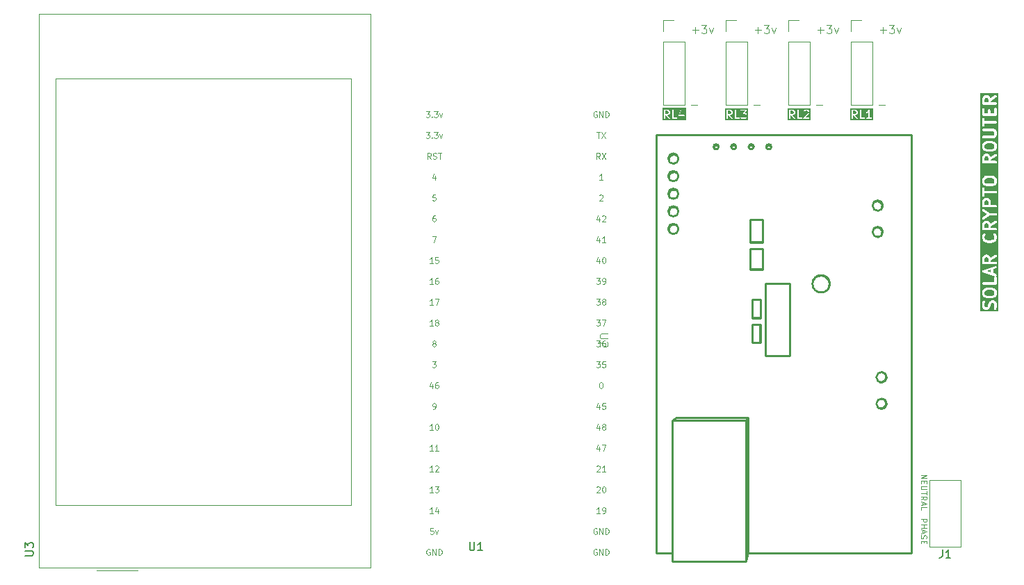
<source format=gbr>
%TF.GenerationSoftware,KiCad,Pcbnew,7.0.7*%
%TF.CreationDate,2023-11-14T16:57:36+01:00*%
%TF.ProjectId,ssr25router,73737232-3572-46f7-9574-65722e6b6963,rev?*%
%TF.SameCoordinates,Original*%
%TF.FileFunction,Legend,Top*%
%TF.FilePolarity,Positive*%
%FSLAX46Y46*%
G04 Gerber Fmt 4.6, Leading zero omitted, Abs format (unit mm)*
G04 Created by KiCad (PCBNEW 7.0.7) date 2023-11-14 16:57:36*
%MOMM*%
%LPD*%
G01*
G04 APERTURE LIST*
%ADD10C,0.300000*%
%ADD11C,0.150000*%
%ADD12C,0.100000*%
%ADD13C,0.250000*%
%ADD14C,0.120000*%
G04 APERTURE END LIST*
D10*
G36*
X149369854Y-74765219D02*
G01*
X149466121Y-74861486D01*
X149510828Y-74950898D01*
X149510828Y-75165793D01*
X149466122Y-75255206D01*
X149369854Y-75351473D01*
X149142364Y-75408346D01*
X148679292Y-75408346D01*
X148451801Y-75351473D01*
X148355535Y-75255206D01*
X148310828Y-75165793D01*
X148310828Y-74950899D01*
X148355535Y-74861485D01*
X148451801Y-74765219D01*
X148679292Y-74708346D01*
X149142363Y-74708346D01*
X149369854Y-74765219D01*
G37*
G36*
X149082257Y-72564517D02*
G01*
X148635168Y-72415488D01*
X149082257Y-72266458D01*
X149082257Y-72564517D01*
G37*
G36*
X148714830Y-70753051D02*
G01*
X148751835Y-70790056D01*
X148796542Y-70879469D01*
X148796542Y-71265489D01*
X148310828Y-71265489D01*
X148310828Y-70879470D01*
X148355535Y-70790055D01*
X148392539Y-70753051D01*
X148481952Y-70708346D01*
X148625418Y-70708346D01*
X148714830Y-70753051D01*
G37*
G36*
X148714830Y-66610194D02*
G01*
X148751835Y-66647199D01*
X148796542Y-66736612D01*
X148796542Y-67122632D01*
X148310828Y-67122632D01*
X148310828Y-66736613D01*
X148355535Y-66647198D01*
X148392539Y-66610194D01*
X148481952Y-66565489D01*
X148625418Y-66565489D01*
X148714830Y-66610194D01*
G37*
G36*
X148714830Y-63824480D02*
G01*
X148751835Y-63861485D01*
X148796542Y-63950898D01*
X148796542Y-64336918D01*
X148310828Y-64336918D01*
X148310828Y-63950899D01*
X148355535Y-63861484D01*
X148392539Y-63824480D01*
X148481952Y-63779775D01*
X148625418Y-63779775D01*
X148714830Y-63824480D01*
G37*
G36*
X149369854Y-61122362D02*
G01*
X149466121Y-61218629D01*
X149510828Y-61308041D01*
X149510828Y-61522936D01*
X149466122Y-61612349D01*
X149369854Y-61708616D01*
X149142364Y-61765489D01*
X148679292Y-61765489D01*
X148451801Y-61708616D01*
X148355535Y-61612349D01*
X148310828Y-61522936D01*
X148310828Y-61308042D01*
X148355535Y-61218628D01*
X148451801Y-61122362D01*
X148679292Y-61065489D01*
X149142363Y-61065489D01*
X149369854Y-61122362D01*
G37*
G36*
X148714830Y-58467337D02*
G01*
X148751835Y-58504342D01*
X148796542Y-58593755D01*
X148796542Y-58979775D01*
X148310828Y-58979775D01*
X148310828Y-58593756D01*
X148355535Y-58504341D01*
X148392539Y-58467337D01*
X148481952Y-58422632D01*
X148625418Y-58422632D01*
X148714830Y-58467337D01*
G37*
G36*
X149369854Y-56908076D02*
G01*
X149466121Y-57004343D01*
X149510828Y-57093755D01*
X149510828Y-57308650D01*
X149466122Y-57398063D01*
X149369854Y-57494330D01*
X149142364Y-57551203D01*
X148679292Y-57551203D01*
X148451801Y-57494330D01*
X148355535Y-57398064D01*
X148310828Y-57308650D01*
X148310828Y-57093756D01*
X148355535Y-57004342D01*
X148451801Y-56908076D01*
X148679292Y-56851203D01*
X149142363Y-56851203D01*
X149369854Y-56908076D01*
G37*
G36*
X148714830Y-51324479D02*
G01*
X148751835Y-51361484D01*
X148796542Y-51450897D01*
X148796542Y-51836917D01*
X148310828Y-51836917D01*
X148310828Y-51450898D01*
X148355535Y-51361483D01*
X148392539Y-51324479D01*
X148481952Y-51279774D01*
X148625418Y-51279774D01*
X148714830Y-51324479D01*
G37*
G36*
X150025114Y-77351203D02*
G01*
X147796542Y-77351203D01*
X147796542Y-76701203D01*
X148010828Y-76701203D01*
X148019751Y-76734504D01*
X148026664Y-76768285D01*
X148098093Y-76911142D01*
X148114115Y-76929210D01*
X148126190Y-76950125D01*
X148197618Y-77021554D01*
X148218533Y-77033629D01*
X148236603Y-77049653D01*
X148379461Y-77121081D01*
X148413236Y-77127992D01*
X148446542Y-77136917D01*
X148589400Y-77136917D01*
X148622703Y-77127993D01*
X148656482Y-77121081D01*
X148799339Y-77049653D01*
X148817408Y-77033629D01*
X148838324Y-77021554D01*
X148909752Y-76950125D01*
X148921826Y-76929210D01*
X148937849Y-76911142D01*
X149009278Y-76768286D01*
X149012598Y-76752059D01*
X149020635Y-76737583D01*
X149088068Y-76467845D01*
X149141249Y-76361485D01*
X149178254Y-76324480D01*
X149267667Y-76279774D01*
X149339704Y-76279774D01*
X149429117Y-76324481D01*
X149466121Y-76361485D01*
X149510828Y-76450898D01*
X149510828Y-76748289D01*
X149447097Y-76939483D01*
X149442445Y-77016989D01*
X149477170Y-77086438D01*
X149541966Y-77129220D01*
X149619472Y-77133872D01*
X149688921Y-77099147D01*
X149731703Y-77034351D01*
X149803131Y-76820066D01*
X149804578Y-76795957D01*
X149810828Y-76772632D01*
X149810828Y-76415489D01*
X149801903Y-76382183D01*
X149794992Y-76348408D01*
X149723564Y-76205550D01*
X149707540Y-76187480D01*
X149695466Y-76166566D01*
X149624037Y-76095137D01*
X149603121Y-76083061D01*
X149585053Y-76067039D01*
X149442196Y-75995610D01*
X149408415Y-75988697D01*
X149375114Y-75979774D01*
X149232257Y-75979774D01*
X149198956Y-75988696D01*
X149165174Y-75995610D01*
X149022318Y-76067039D01*
X149004249Y-76083061D01*
X148983334Y-76095137D01*
X148911905Y-76166566D01*
X148899829Y-76187481D01*
X148883807Y-76205550D01*
X148812378Y-76348407D01*
X148809057Y-76364631D01*
X148801021Y-76379109D01*
X148733586Y-76648846D01*
X148680406Y-76755206D01*
X148643401Y-76792211D01*
X148553990Y-76836917D01*
X148481952Y-76836917D01*
X148392539Y-76792211D01*
X148355535Y-76755207D01*
X148310828Y-76665792D01*
X148310828Y-76368400D01*
X148374559Y-76177209D01*
X148379212Y-76099703D01*
X148344488Y-76030254D01*
X148279691Y-75987472D01*
X148202185Y-75982819D01*
X148132736Y-76017544D01*
X148089954Y-76082340D01*
X148018526Y-76296626D01*
X148017078Y-76320731D01*
X148010828Y-76344060D01*
X148010828Y-76701203D01*
X147796542Y-76701203D01*
X147796542Y-75201203D01*
X148010828Y-75201203D01*
X148019751Y-75234504D01*
X148026664Y-75268285D01*
X148098093Y-75411143D01*
X148114116Y-75429212D01*
X148126191Y-75450127D01*
X148269048Y-75592984D01*
X148270176Y-75593635D01*
X148270847Y-75594753D01*
X148303707Y-75612994D01*
X148336291Y-75631807D01*
X148337596Y-75631807D01*
X148338734Y-75632439D01*
X148624448Y-75703867D01*
X148642950Y-75703555D01*
X148660828Y-75708346D01*
X149160828Y-75708346D01*
X149178705Y-75703555D01*
X149197208Y-75703867D01*
X149482922Y-75632439D01*
X149484060Y-75631807D01*
X149485364Y-75631807D01*
X149517934Y-75613002D01*
X149550809Y-75594753D01*
X149551479Y-75593635D01*
X149552608Y-75592984D01*
X149695466Y-75450127D01*
X149707543Y-75429209D01*
X149723564Y-75411142D01*
X149794993Y-75268284D01*
X149801906Y-75234499D01*
X149810828Y-75201203D01*
X149810828Y-74915489D01*
X149801903Y-74882183D01*
X149794992Y-74848408D01*
X149723564Y-74705550D01*
X149707541Y-74687480D01*
X149695466Y-74666566D01*
X149552608Y-74523709D01*
X149551479Y-74523057D01*
X149550809Y-74521940D01*
X149517934Y-74503690D01*
X149485364Y-74484886D01*
X149484060Y-74484886D01*
X149482922Y-74484254D01*
X149197209Y-74412825D01*
X149178704Y-74413136D01*
X149160828Y-74408346D01*
X148660828Y-74408346D01*
X148642951Y-74413136D01*
X148624447Y-74412825D01*
X148338733Y-74484254D01*
X148337595Y-74484886D01*
X148336291Y-74484886D01*
X148303719Y-74503691D01*
X148270847Y-74521940D01*
X148270176Y-74523057D01*
X148269048Y-74523709D01*
X148126191Y-74666566D01*
X148114115Y-74687481D01*
X148098093Y-74705550D01*
X148026664Y-74848407D01*
X148019751Y-74882187D01*
X148010828Y-74915489D01*
X148010828Y-75201203D01*
X147796542Y-75201203D01*
X147796542Y-73915489D01*
X148010828Y-73915489D01*
X148030924Y-73990489D01*
X148085828Y-74045393D01*
X148160828Y-74065489D01*
X149660828Y-74065489D01*
X149735828Y-74045393D01*
X149790732Y-73990489D01*
X149810828Y-73915489D01*
X149810828Y-73201203D01*
X149790732Y-73126203D01*
X149735828Y-73071299D01*
X149695043Y-73060371D01*
X149760349Y-73027719D01*
X149803131Y-72962922D01*
X149807783Y-72885416D01*
X149773059Y-72815967D01*
X149708262Y-72773186D01*
X149382257Y-72664517D01*
X149382257Y-72166458D01*
X149708262Y-72057790D01*
X149773059Y-72015009D01*
X149807783Y-71945560D01*
X149803131Y-71868054D01*
X149760349Y-71803257D01*
X149690900Y-71768533D01*
X149613394Y-71773185D01*
X148113394Y-72273186D01*
X148088255Y-72289783D01*
X148061307Y-72303258D01*
X148056252Y-72310912D01*
X148048598Y-72315967D01*
X148035123Y-72342915D01*
X148018526Y-72368054D01*
X148017976Y-72377209D01*
X148013873Y-72385416D01*
X148015678Y-72415488D01*
X148013873Y-72445560D01*
X148017976Y-72453766D01*
X148018526Y-72462922D01*
X148035123Y-72488060D01*
X148048598Y-72515009D01*
X148056252Y-72520063D01*
X148061307Y-72527718D01*
X148088255Y-72541192D01*
X148113394Y-72557790D01*
X149613394Y-73057791D01*
X149632059Y-73058911D01*
X149585828Y-73071299D01*
X149530924Y-73126203D01*
X149510828Y-73201203D01*
X149510828Y-73765489D01*
X148160828Y-73765489D01*
X148085828Y-73785585D01*
X148030924Y-73840489D01*
X148010828Y-73915489D01*
X147796542Y-73915489D01*
X147796542Y-71415489D01*
X148010828Y-71415489D01*
X148030924Y-71490489D01*
X148085828Y-71545393D01*
X148160828Y-71565489D01*
X148946542Y-71565489D01*
X149660828Y-71565489D01*
X149735828Y-71545393D01*
X149790732Y-71490489D01*
X149810828Y-71415489D01*
X149790732Y-71340489D01*
X149735828Y-71285585D01*
X149660828Y-71265489D01*
X149096542Y-71265489D01*
X149096542Y-71136444D01*
X149746847Y-70681231D01*
X149796765Y-70621758D01*
X149810259Y-70545293D01*
X149783713Y-70472327D01*
X149724240Y-70422409D01*
X149647775Y-70408915D01*
X149574809Y-70435461D01*
X149081485Y-70780787D01*
X149080706Y-70776979D01*
X149009278Y-70634121D01*
X148993254Y-70616051D01*
X148981180Y-70595137D01*
X148909751Y-70523708D01*
X148888836Y-70511633D01*
X148870767Y-70495610D01*
X148727910Y-70424182D01*
X148694131Y-70417269D01*
X148660828Y-70408346D01*
X148446542Y-70408346D01*
X148413236Y-70417270D01*
X148379461Y-70424182D01*
X148236603Y-70495610D01*
X148218533Y-70511633D01*
X148197618Y-70523709D01*
X148126190Y-70595138D01*
X148114115Y-70616052D01*
X148098093Y-70634121D01*
X148026664Y-70776978D01*
X148019751Y-70810758D01*
X148010828Y-70844060D01*
X148010828Y-71415488D01*
X148010828Y-71415489D01*
X147796542Y-71415489D01*
X147796542Y-68344060D01*
X148010828Y-68344060D01*
X148017078Y-68367388D01*
X148018526Y-68391494D01*
X148089954Y-68605780D01*
X148108953Y-68634555D01*
X148126191Y-68664412D01*
X148269048Y-68807269D01*
X148289963Y-68819344D01*
X148308032Y-68835367D01*
X148450888Y-68906796D01*
X148467114Y-68910116D01*
X148481591Y-68918153D01*
X148767305Y-68989581D01*
X148785807Y-68989269D01*
X148803685Y-68994060D01*
X149017971Y-68994060D01*
X149035848Y-68989269D01*
X149054351Y-68989581D01*
X149340065Y-68918153D01*
X149354542Y-68910116D01*
X149370767Y-68906796D01*
X149513624Y-68835367D01*
X149531693Y-68819344D01*
X149552608Y-68807269D01*
X149695466Y-68664412D01*
X149712705Y-68634552D01*
X149731703Y-68605780D01*
X149803131Y-68391494D01*
X149804578Y-68367385D01*
X149810828Y-68344060D01*
X149810828Y-68201203D01*
X149804578Y-68177877D01*
X149803131Y-68153769D01*
X149731703Y-67939483D01*
X149712703Y-67910707D01*
X149695465Y-67880850D01*
X149624036Y-67809422D01*
X149556793Y-67770600D01*
X149479147Y-67770600D01*
X149411904Y-67809424D01*
X149373082Y-67876667D01*
X149373082Y-67954313D01*
X149411906Y-68021556D01*
X149458294Y-68067943D01*
X149510828Y-68225545D01*
X149510828Y-68319717D01*
X149458294Y-68477319D01*
X149357688Y-68577924D01*
X149251328Y-68631105D01*
X148999507Y-68694060D01*
X148822149Y-68694060D01*
X148570327Y-68631104D01*
X148463968Y-68577925D01*
X148363361Y-68477318D01*
X148310828Y-68319719D01*
X148310828Y-68225543D01*
X148363361Y-68067944D01*
X148409751Y-68021555D01*
X148448574Y-67954312D01*
X148448574Y-67876666D01*
X148409751Y-67809423D01*
X148342508Y-67770600D01*
X148264862Y-67770600D01*
X148197619Y-67809423D01*
X148126191Y-67880851D01*
X148108953Y-67910707D01*
X148089954Y-67939483D01*
X148018526Y-68153769D01*
X148017078Y-68177874D01*
X148010828Y-68201203D01*
X148010828Y-68344060D01*
X147796542Y-68344060D01*
X147796542Y-67272632D01*
X148010828Y-67272632D01*
X148030924Y-67347632D01*
X148085828Y-67402536D01*
X148160828Y-67422632D01*
X148946542Y-67422632D01*
X149660828Y-67422632D01*
X149735828Y-67402536D01*
X149790732Y-67347632D01*
X149810828Y-67272632D01*
X149790732Y-67197632D01*
X149735828Y-67142728D01*
X149660828Y-67122632D01*
X149096542Y-67122632D01*
X149096542Y-66993587D01*
X149746847Y-66538374D01*
X149796765Y-66478901D01*
X149810259Y-66402436D01*
X149783713Y-66329470D01*
X149724240Y-66279552D01*
X149647775Y-66266058D01*
X149574809Y-66292604D01*
X149081485Y-66637930D01*
X149080706Y-66634122D01*
X149009278Y-66491264D01*
X148993254Y-66473194D01*
X148981180Y-66452280D01*
X148909751Y-66380851D01*
X148888836Y-66368776D01*
X148870767Y-66352753D01*
X148727910Y-66281325D01*
X148694131Y-66274412D01*
X148660828Y-66265489D01*
X148446542Y-66265489D01*
X148413236Y-66274413D01*
X148379461Y-66281325D01*
X148236603Y-66352753D01*
X148218533Y-66368776D01*
X148197618Y-66380852D01*
X148126190Y-66452281D01*
X148114115Y-66473195D01*
X148098093Y-66491264D01*
X148026664Y-66634121D01*
X148019751Y-66667901D01*
X148010828Y-66701203D01*
X148010828Y-67272632D01*
X147796542Y-67272632D01*
X147796542Y-65993385D01*
X148010967Y-65993385D01*
X148034279Y-66067448D01*
X148091499Y-66119934D01*
X148167296Y-66136778D01*
X148241359Y-66113466D01*
X148990221Y-65636917D01*
X149660828Y-65636917D01*
X149735828Y-65616821D01*
X149790732Y-65561917D01*
X149810828Y-65486917D01*
X149790732Y-65411917D01*
X149735828Y-65357013D01*
X149660828Y-65336917D01*
X148990221Y-65336917D01*
X148241359Y-64860368D01*
X148167296Y-64837056D01*
X148091499Y-64853900D01*
X148034279Y-64906386D01*
X148010967Y-64980449D01*
X148027811Y-65056246D01*
X148080297Y-65113466D01*
X148667147Y-65486917D01*
X148080297Y-65860368D01*
X148027811Y-65917588D01*
X148010967Y-65993385D01*
X147796542Y-65993385D01*
X147796542Y-64486918D01*
X148010828Y-64486918D01*
X148030924Y-64561918D01*
X148085828Y-64616822D01*
X148160828Y-64636918D01*
X148946542Y-64636918D01*
X149660828Y-64636918D01*
X149735828Y-64616822D01*
X149790732Y-64561918D01*
X149810828Y-64486918D01*
X149790732Y-64411918D01*
X149735828Y-64357014D01*
X149660828Y-64336918D01*
X149096542Y-64336918D01*
X149096542Y-63915489D01*
X149087617Y-63882183D01*
X149080706Y-63848408D01*
X149009278Y-63705550D01*
X148993254Y-63687480D01*
X148981180Y-63666566D01*
X148909751Y-63595137D01*
X148888836Y-63583062D01*
X148870767Y-63567039D01*
X148727910Y-63495611D01*
X148694131Y-63488698D01*
X148660828Y-63479775D01*
X148446542Y-63479775D01*
X148413236Y-63488699D01*
X148379461Y-63495611D01*
X148236603Y-63567039D01*
X148218533Y-63583062D01*
X148197618Y-63595138D01*
X148126190Y-63666567D01*
X148114115Y-63687481D01*
X148098093Y-63705550D01*
X148026664Y-63848407D01*
X148019751Y-63882187D01*
X148010828Y-63915489D01*
X148010828Y-64486918D01*
X147796542Y-64486918D01*
X147796542Y-63201203D01*
X148010828Y-63201203D01*
X148030924Y-63276203D01*
X148085828Y-63331107D01*
X148160828Y-63351203D01*
X148235828Y-63331107D01*
X148290732Y-63276203D01*
X148310828Y-63201203D01*
X148310828Y-62922632D01*
X149660828Y-62922632D01*
X149735828Y-62902536D01*
X149790732Y-62847632D01*
X149810828Y-62772632D01*
X149790732Y-62697632D01*
X149735828Y-62642728D01*
X149660828Y-62622632D01*
X148310828Y-62622632D01*
X148310828Y-62344061D01*
X148290732Y-62269061D01*
X148235828Y-62214157D01*
X148160828Y-62194061D01*
X148085828Y-62214157D01*
X148030924Y-62269061D01*
X148010828Y-62344061D01*
X148010828Y-63201203D01*
X147796542Y-63201203D01*
X147796542Y-61558346D01*
X148010828Y-61558346D01*
X148019751Y-61591647D01*
X148026664Y-61625428D01*
X148098093Y-61768286D01*
X148114116Y-61786355D01*
X148126191Y-61807270D01*
X148269048Y-61950127D01*
X148270176Y-61950778D01*
X148270847Y-61951896D01*
X148303707Y-61970137D01*
X148336291Y-61988950D01*
X148337596Y-61988950D01*
X148338734Y-61989582D01*
X148624448Y-62061010D01*
X148642950Y-62060698D01*
X148660828Y-62065489D01*
X149160828Y-62065489D01*
X149178705Y-62060698D01*
X149197208Y-62061010D01*
X149482922Y-61989582D01*
X149484060Y-61988950D01*
X149485364Y-61988950D01*
X149517934Y-61970145D01*
X149550809Y-61951896D01*
X149551479Y-61950778D01*
X149552608Y-61950127D01*
X149695466Y-61807270D01*
X149707543Y-61786352D01*
X149723564Y-61768285D01*
X149794993Y-61625427D01*
X149801906Y-61591642D01*
X149810828Y-61558346D01*
X149810828Y-61272632D01*
X149801903Y-61239326D01*
X149794992Y-61205551D01*
X149723564Y-61062693D01*
X149707541Y-61044623D01*
X149695466Y-61023709D01*
X149552608Y-60880852D01*
X149551479Y-60880200D01*
X149550809Y-60879083D01*
X149517934Y-60860833D01*
X149485364Y-60842029D01*
X149484060Y-60842029D01*
X149482922Y-60841397D01*
X149197209Y-60769968D01*
X149178704Y-60770279D01*
X149160828Y-60765489D01*
X148660828Y-60765489D01*
X148642951Y-60770279D01*
X148624447Y-60769968D01*
X148338733Y-60841397D01*
X148337595Y-60842029D01*
X148336291Y-60842029D01*
X148303719Y-60860834D01*
X148270847Y-60879083D01*
X148270176Y-60880200D01*
X148269048Y-60880852D01*
X148126191Y-61023709D01*
X148114115Y-61044624D01*
X148098093Y-61062693D01*
X148026664Y-61205550D01*
X148019751Y-61239330D01*
X148010828Y-61272632D01*
X148010828Y-61558346D01*
X147796542Y-61558346D01*
X147796542Y-59129775D01*
X148010828Y-59129775D01*
X148030924Y-59204775D01*
X148085828Y-59259679D01*
X148160828Y-59279775D01*
X148946542Y-59279775D01*
X149660828Y-59279775D01*
X149735828Y-59259679D01*
X149790732Y-59204775D01*
X149810828Y-59129775D01*
X149790732Y-59054775D01*
X149735828Y-58999871D01*
X149660828Y-58979775D01*
X149096542Y-58979775D01*
X149096542Y-58850730D01*
X149746847Y-58395517D01*
X149796765Y-58336044D01*
X149810259Y-58259579D01*
X149783713Y-58186613D01*
X149724240Y-58136695D01*
X149647775Y-58123201D01*
X149574809Y-58149747D01*
X149081485Y-58495073D01*
X149080706Y-58491265D01*
X149009278Y-58348407D01*
X148993254Y-58330337D01*
X148981180Y-58309423D01*
X148909751Y-58237994D01*
X148888836Y-58225919D01*
X148870767Y-58209896D01*
X148727910Y-58138468D01*
X148694131Y-58131555D01*
X148660828Y-58122632D01*
X148446542Y-58122632D01*
X148413236Y-58131556D01*
X148379461Y-58138468D01*
X148236603Y-58209896D01*
X148218533Y-58225919D01*
X148197618Y-58237995D01*
X148126190Y-58309424D01*
X148114115Y-58330338D01*
X148098093Y-58348407D01*
X148026664Y-58491264D01*
X148019751Y-58525044D01*
X148010828Y-58558346D01*
X148010828Y-59129775D01*
X147796542Y-59129775D01*
X147796542Y-57344060D01*
X148010828Y-57344060D01*
X148019751Y-57377361D01*
X148026664Y-57411142D01*
X148098093Y-57554000D01*
X148114116Y-57572069D01*
X148126191Y-57592984D01*
X148269048Y-57735841D01*
X148270176Y-57736492D01*
X148270847Y-57737610D01*
X148303707Y-57755851D01*
X148336291Y-57774664D01*
X148337596Y-57774664D01*
X148338734Y-57775296D01*
X148624448Y-57846724D01*
X148642950Y-57846412D01*
X148660828Y-57851203D01*
X149160828Y-57851203D01*
X149178705Y-57846412D01*
X149197208Y-57846724D01*
X149482922Y-57775296D01*
X149484060Y-57774664D01*
X149485364Y-57774664D01*
X149517934Y-57755859D01*
X149550809Y-57737610D01*
X149551479Y-57736492D01*
X149552608Y-57735841D01*
X149695466Y-57592984D01*
X149707543Y-57572066D01*
X149723564Y-57553999D01*
X149794993Y-57411141D01*
X149801906Y-57377356D01*
X149810828Y-57344060D01*
X149810828Y-57058346D01*
X149801903Y-57025040D01*
X149794992Y-56991265D01*
X149723564Y-56848407D01*
X149707541Y-56830337D01*
X149695466Y-56809423D01*
X149552608Y-56666566D01*
X149551479Y-56665914D01*
X149550809Y-56664797D01*
X149517934Y-56646547D01*
X149485364Y-56627743D01*
X149484060Y-56627743D01*
X149482922Y-56627111D01*
X149197209Y-56555682D01*
X149178704Y-56555993D01*
X149160828Y-56551203D01*
X148660828Y-56551203D01*
X148642951Y-56555993D01*
X148624447Y-56555682D01*
X148338733Y-56627111D01*
X148337595Y-56627743D01*
X148336291Y-56627743D01*
X148303719Y-56646548D01*
X148270847Y-56664797D01*
X148270176Y-56665914D01*
X148269048Y-56666566D01*
X148126191Y-56809423D01*
X148114115Y-56830338D01*
X148098093Y-56848407D01*
X148026664Y-56991264D01*
X148019751Y-57025044D01*
X148010828Y-57058346D01*
X148010828Y-57344060D01*
X147796542Y-57344060D01*
X147796542Y-56058346D01*
X148010828Y-56058346D01*
X148030924Y-56133346D01*
X148085828Y-56188250D01*
X148160828Y-56208346D01*
X149375114Y-56208346D01*
X149408415Y-56199422D01*
X149442196Y-56192510D01*
X149585053Y-56121081D01*
X149603121Y-56105058D01*
X149624036Y-56092984D01*
X149695465Y-56021556D01*
X149707542Y-56000638D01*
X149723564Y-55982570D01*
X149794993Y-55839712D01*
X149801906Y-55805927D01*
X149810828Y-55772631D01*
X149810828Y-55486917D01*
X149801903Y-55453611D01*
X149794992Y-55419836D01*
X149723564Y-55276978D01*
X149707540Y-55258908D01*
X149695466Y-55237994D01*
X149624037Y-55166565D01*
X149603122Y-55154490D01*
X149585053Y-55138467D01*
X149442196Y-55067039D01*
X149408417Y-55060126D01*
X149375114Y-55051203D01*
X148160828Y-55051203D01*
X148085828Y-55071299D01*
X148030924Y-55126203D01*
X148010828Y-55201203D01*
X148030924Y-55276203D01*
X148085828Y-55331107D01*
X148160828Y-55351203D01*
X149339704Y-55351203D01*
X149429116Y-55395908D01*
X149466121Y-55432913D01*
X149510828Y-55522326D01*
X149510828Y-55737221D01*
X149466122Y-55826633D01*
X149429118Y-55863638D01*
X149339704Y-55908346D01*
X148160828Y-55908346D01*
X148085828Y-55928442D01*
X148030924Y-55983346D01*
X148010828Y-56058346D01*
X147796542Y-56058346D01*
X147796542Y-54701202D01*
X148010828Y-54701202D01*
X148030924Y-54776202D01*
X148085828Y-54831106D01*
X148160828Y-54851202D01*
X148235828Y-54831106D01*
X148290732Y-54776202D01*
X148310828Y-54701202D01*
X148310828Y-54422631D01*
X149660828Y-54422631D01*
X149735828Y-54402535D01*
X149790732Y-54347631D01*
X149810828Y-54272631D01*
X149790732Y-54197631D01*
X149735828Y-54142727D01*
X149660828Y-54122631D01*
X148310828Y-54122631D01*
X148310828Y-53844060D01*
X148290732Y-53769060D01*
X148235828Y-53714156D01*
X148160828Y-53694060D01*
X148085828Y-53714156D01*
X148030924Y-53769060D01*
X148010828Y-53844060D01*
X148010828Y-54701202D01*
X147796542Y-54701202D01*
X147796542Y-53344060D01*
X148010828Y-53344060D01*
X148030924Y-53419060D01*
X148085828Y-53473964D01*
X148160828Y-53494060D01*
X148875114Y-53494060D01*
X149660828Y-53494060D01*
X149735828Y-53473964D01*
X149790732Y-53419060D01*
X149810828Y-53344060D01*
X149810828Y-52629774D01*
X149790732Y-52554774D01*
X149735828Y-52499870D01*
X149660828Y-52479774D01*
X149585828Y-52499870D01*
X149530924Y-52554774D01*
X149510828Y-52629774D01*
X149510828Y-53194060D01*
X149025114Y-53194060D01*
X149025114Y-52844060D01*
X149005018Y-52769060D01*
X148950114Y-52714156D01*
X148875114Y-52694060D01*
X148800114Y-52714156D01*
X148745210Y-52769060D01*
X148725114Y-52844060D01*
X148725114Y-53194060D01*
X148310828Y-53194060D01*
X148310828Y-52629774D01*
X148290732Y-52554774D01*
X148235828Y-52499870D01*
X148160828Y-52479774D01*
X148085828Y-52499870D01*
X148030924Y-52554774D01*
X148010828Y-52629774D01*
X148010828Y-53344060D01*
X147796542Y-53344060D01*
X147796542Y-51986917D01*
X148010828Y-51986917D01*
X148030924Y-52061917D01*
X148085828Y-52116821D01*
X148160828Y-52136917D01*
X148946542Y-52136917D01*
X149660828Y-52136917D01*
X149735828Y-52116821D01*
X149790732Y-52061917D01*
X149810828Y-51986917D01*
X149790732Y-51911917D01*
X149735828Y-51857013D01*
X149660828Y-51836917D01*
X149096542Y-51836917D01*
X149096542Y-51707872D01*
X149746847Y-51252659D01*
X149796765Y-51193186D01*
X149810259Y-51116721D01*
X149783713Y-51043755D01*
X149724240Y-50993837D01*
X149647775Y-50980343D01*
X149574809Y-51006889D01*
X149081485Y-51352215D01*
X149080706Y-51348407D01*
X149009278Y-51205549D01*
X148993254Y-51187479D01*
X148981180Y-51166565D01*
X148909751Y-51095136D01*
X148888836Y-51083061D01*
X148870767Y-51067038D01*
X148727910Y-50995610D01*
X148694131Y-50988697D01*
X148660828Y-50979774D01*
X148446542Y-50979774D01*
X148413236Y-50988698D01*
X148379461Y-50995610D01*
X148236603Y-51067038D01*
X148218533Y-51083061D01*
X148197618Y-51095137D01*
X148126190Y-51166566D01*
X148114115Y-51187480D01*
X148098093Y-51205549D01*
X148026664Y-51348406D01*
X148019751Y-51382186D01*
X148010828Y-51415488D01*
X148010828Y-51986917D01*
X147796542Y-51986917D01*
X147796542Y-50765488D01*
X150025114Y-50765488D01*
X150025114Y-77351203D01*
G37*
D11*
X143176666Y-106364819D02*
X143176666Y-107079104D01*
X143176666Y-107079104D02*
X143129047Y-107221961D01*
X143129047Y-107221961D02*
X143033809Y-107317200D01*
X143033809Y-107317200D02*
X142890952Y-107364819D01*
X142890952Y-107364819D02*
X142795714Y-107364819D01*
X144176666Y-107364819D02*
X143605238Y-107364819D01*
X143890952Y-107364819D02*
X143890952Y-106364819D01*
X143890952Y-106364819D02*
X143795714Y-106507676D01*
X143795714Y-106507676D02*
X143700476Y-106602914D01*
X143700476Y-106602914D02*
X143605238Y-106650533D01*
D12*
X140552866Y-102594455D02*
X141252866Y-102594455D01*
X141252866Y-102594455D02*
X141252866Y-102861122D01*
X141252866Y-102861122D02*
X141219533Y-102927789D01*
X141219533Y-102927789D02*
X141186200Y-102961122D01*
X141186200Y-102961122D02*
X141119533Y-102994455D01*
X141119533Y-102994455D02*
X141019533Y-102994455D01*
X141019533Y-102994455D02*
X140952866Y-102961122D01*
X140952866Y-102961122D02*
X140919533Y-102927789D01*
X140919533Y-102927789D02*
X140886200Y-102861122D01*
X140886200Y-102861122D02*
X140886200Y-102594455D01*
X140552866Y-103294455D02*
X141252866Y-103294455D01*
X140919533Y-103294455D02*
X140919533Y-103694455D01*
X140552866Y-103694455D02*
X141252866Y-103694455D01*
X140752866Y-103994455D02*
X140752866Y-104327788D01*
X140552866Y-103927788D02*
X141252866Y-104161122D01*
X141252866Y-104161122D02*
X140552866Y-104394455D01*
X140586200Y-104594455D02*
X140552866Y-104694455D01*
X140552866Y-104694455D02*
X140552866Y-104861122D01*
X140552866Y-104861122D02*
X140586200Y-104927788D01*
X140586200Y-104927788D02*
X140619533Y-104961122D01*
X140619533Y-104961122D02*
X140686200Y-104994455D01*
X140686200Y-104994455D02*
X140752866Y-104994455D01*
X140752866Y-104994455D02*
X140819533Y-104961122D01*
X140819533Y-104961122D02*
X140852866Y-104927788D01*
X140852866Y-104927788D02*
X140886200Y-104861122D01*
X140886200Y-104861122D02*
X140919533Y-104727788D01*
X140919533Y-104727788D02*
X140952866Y-104661122D01*
X140952866Y-104661122D02*
X140986200Y-104627788D01*
X140986200Y-104627788D02*
X141052866Y-104594455D01*
X141052866Y-104594455D02*
X141119533Y-104594455D01*
X141119533Y-104594455D02*
X141186200Y-104627788D01*
X141186200Y-104627788D02*
X141219533Y-104661122D01*
X141219533Y-104661122D02*
X141252866Y-104727788D01*
X141252866Y-104727788D02*
X141252866Y-104894455D01*
X141252866Y-104894455D02*
X141219533Y-104994455D01*
X140919533Y-105294455D02*
X140919533Y-105527789D01*
X140552866Y-105627789D02*
X140552866Y-105294455D01*
X140552866Y-105294455D02*
X141252866Y-105294455D01*
X141252866Y-105294455D02*
X141252866Y-105627789D01*
X140552866Y-97260455D02*
X141252866Y-97260455D01*
X141252866Y-97260455D02*
X140552866Y-97660455D01*
X140552866Y-97660455D02*
X141252866Y-97660455D01*
X140919533Y-97993788D02*
X140919533Y-98227122D01*
X140552866Y-98327122D02*
X140552866Y-97993788D01*
X140552866Y-97993788D02*
X141252866Y-97993788D01*
X141252866Y-97993788D02*
X141252866Y-98327122D01*
X141252866Y-98627121D02*
X140686200Y-98627121D01*
X140686200Y-98627121D02*
X140619533Y-98660455D01*
X140619533Y-98660455D02*
X140586200Y-98693788D01*
X140586200Y-98693788D02*
X140552866Y-98760455D01*
X140552866Y-98760455D02*
X140552866Y-98893788D01*
X140552866Y-98893788D02*
X140586200Y-98960455D01*
X140586200Y-98960455D02*
X140619533Y-98993788D01*
X140619533Y-98993788D02*
X140686200Y-99027121D01*
X140686200Y-99027121D02*
X141252866Y-99027121D01*
X141252866Y-99260454D02*
X141252866Y-99660454D01*
X140552866Y-99460454D02*
X141252866Y-99460454D01*
X140552866Y-100293787D02*
X140886200Y-100060454D01*
X140552866Y-99893787D02*
X141252866Y-99893787D01*
X141252866Y-99893787D02*
X141252866Y-100160454D01*
X141252866Y-100160454D02*
X141219533Y-100227121D01*
X141219533Y-100227121D02*
X141186200Y-100260454D01*
X141186200Y-100260454D02*
X141119533Y-100293787D01*
X141119533Y-100293787D02*
X141019533Y-100293787D01*
X141019533Y-100293787D02*
X140952866Y-100260454D01*
X140952866Y-100260454D02*
X140919533Y-100227121D01*
X140919533Y-100227121D02*
X140886200Y-100160454D01*
X140886200Y-100160454D02*
X140886200Y-99893787D01*
X140752866Y-100560454D02*
X140752866Y-100893787D01*
X140552866Y-100493787D02*
X141252866Y-100727121D01*
X141252866Y-100727121D02*
X140552866Y-100960454D01*
X140552866Y-101527121D02*
X140552866Y-101193787D01*
X140552866Y-101193787D02*
X141252866Y-101193787D01*
X102435548Y-80060007D02*
X101626025Y-80060007D01*
X101626025Y-80060007D02*
X101530787Y-80107626D01*
X101530787Y-80107626D02*
X101483168Y-80155245D01*
X101483168Y-80155245D02*
X101435548Y-80250483D01*
X101435548Y-80250483D02*
X101435548Y-80440959D01*
X101435548Y-80440959D02*
X101483168Y-80536197D01*
X101483168Y-80536197D02*
X101530787Y-80583816D01*
X101530787Y-80583816D02*
X101626025Y-80631435D01*
X101626025Y-80631435D02*
X102435548Y-80631435D01*
X102340310Y-81060007D02*
X102387929Y-81107626D01*
X102387929Y-81107626D02*
X102435548Y-81202864D01*
X102435548Y-81202864D02*
X102435548Y-81440959D01*
X102435548Y-81440959D02*
X102387929Y-81536197D01*
X102387929Y-81536197D02*
X102340310Y-81583816D01*
X102340310Y-81583816D02*
X102245072Y-81631435D01*
X102245072Y-81631435D02*
X102149834Y-81631435D01*
X102149834Y-81631435D02*
X102006977Y-81583816D01*
X102006977Y-81583816D02*
X101435548Y-81012388D01*
X101435548Y-81012388D02*
X101435548Y-81631435D01*
D11*
G36*
X117398906Y-52904077D02*
G01*
X117429312Y-52934483D01*
X117463571Y-53002999D01*
X117463571Y-53110446D01*
X117429313Y-53178963D01*
X117398906Y-53209369D01*
X117330390Y-53243628D01*
X117042143Y-53243628D01*
X117042143Y-52869819D01*
X117330390Y-52869819D01*
X117398906Y-52904077D01*
G37*
G36*
X119518333Y-54012676D02*
G01*
X116749286Y-54012676D01*
X116749286Y-53794819D01*
X116892143Y-53794819D01*
X116909690Y-53843028D01*
X116954119Y-53868680D01*
X117004643Y-53859771D01*
X117037620Y-53820471D01*
X117042143Y-53794819D01*
X117042143Y-53393628D01*
X117166189Y-53393628D01*
X117477129Y-53837829D01*
X117519150Y-53867261D01*
X117570258Y-53862797D01*
X117606540Y-53826525D01*
X117609319Y-53794819D01*
X117892143Y-53794819D01*
X117898806Y-53813127D01*
X117902191Y-53832319D01*
X117907375Y-53836669D01*
X117909690Y-53843028D01*
X117926563Y-53852770D01*
X117941491Y-53865296D01*
X117951233Y-53867013D01*
X117954119Y-53868680D01*
X117957401Y-53868101D01*
X117967143Y-53869819D01*
X118443333Y-53869819D01*
X118491542Y-53852272D01*
X118517194Y-53807843D01*
X118508285Y-53757319D01*
X118468985Y-53724342D01*
X118443333Y-53719819D01*
X118042143Y-53719819D01*
X118042143Y-52794819D01*
X118037403Y-52781795D01*
X118607568Y-52781795D01*
X118616477Y-52832319D01*
X118655777Y-52865296D01*
X118681429Y-52869819D01*
X119135194Y-52869819D01*
X118910700Y-53126383D01*
X118903393Y-53145234D01*
X118893282Y-53162747D01*
X118894321Y-53168640D01*
X118892159Y-53174219D01*
X118898679Y-53193358D01*
X118902191Y-53213271D01*
X118906774Y-53217116D01*
X118908704Y-53222781D01*
X118926002Y-53233251D01*
X118941491Y-53246248D01*
X118949934Y-53247736D01*
X118952593Y-53249346D01*
X118956034Y-53248812D01*
X118967143Y-53250771D01*
X119092295Y-53250771D01*
X119160811Y-53285029D01*
X119191218Y-53315435D01*
X119225476Y-53383951D01*
X119225476Y-53586637D01*
X119191217Y-53655153D01*
X119160810Y-53685561D01*
X119092295Y-53719819D01*
X118841991Y-53719819D01*
X118773475Y-53685561D01*
X118734463Y-53646548D01*
X118687966Y-53624866D01*
X118638411Y-53638143D01*
X118608985Y-53680168D01*
X118613455Y-53731275D01*
X118628395Y-53752612D01*
X118676014Y-53800232D01*
X118677495Y-53800922D01*
X118695507Y-53814282D01*
X118790745Y-53861901D01*
X118795198Y-53862413D01*
X118798634Y-53865296D01*
X118824286Y-53869819D01*
X119110000Y-53869819D01*
X119114213Y-53868285D01*
X119118574Y-53869327D01*
X119143541Y-53861901D01*
X119238779Y-53814282D01*
X119239903Y-53813094D01*
X119258272Y-53800232D01*
X119305890Y-53752613D01*
X119306580Y-53751131D01*
X119319939Y-53733121D01*
X119367558Y-53637883D01*
X119368070Y-53633429D01*
X119370953Y-53629994D01*
X119375476Y-53604342D01*
X119375476Y-53366247D01*
X119373942Y-53362033D01*
X119374984Y-53357672D01*
X119367558Y-53332706D01*
X119319939Y-53237468D01*
X119318749Y-53236342D01*
X119305890Y-53217976D01*
X119258271Y-53170357D01*
X119256789Y-53169666D01*
X119238779Y-53156308D01*
X119143541Y-53108689D01*
X119139087Y-53108176D01*
X119135652Y-53105294D01*
X119129428Y-53104196D01*
X119356919Y-52844207D01*
X119364225Y-52825355D01*
X119374337Y-52807843D01*
X119373297Y-52801949D01*
X119375460Y-52796371D01*
X119368939Y-52777231D01*
X119365428Y-52757319D01*
X119360844Y-52753473D01*
X119358915Y-52747809D01*
X119341616Y-52737338D01*
X119326128Y-52724342D01*
X119317684Y-52722853D01*
X119315026Y-52721244D01*
X119311584Y-52721777D01*
X119300476Y-52719819D01*
X118681429Y-52719819D01*
X118633220Y-52737366D01*
X118607568Y-52781795D01*
X118037403Y-52781795D01*
X118024596Y-52746610D01*
X117980167Y-52720958D01*
X117929643Y-52729867D01*
X117896666Y-52769167D01*
X117892143Y-52794819D01*
X117892143Y-53794819D01*
X117609319Y-53794819D01*
X117611019Y-53775418D01*
X117600014Y-53751810D01*
X117349044Y-53393282D01*
X117352308Y-53392094D01*
X117356669Y-53393136D01*
X117381636Y-53385710D01*
X117476874Y-53338091D01*
X117477999Y-53336901D01*
X117496366Y-53324042D01*
X117543985Y-53276423D01*
X117544676Y-53274941D01*
X117558034Y-53256931D01*
X117605653Y-53161693D01*
X117606165Y-53157239D01*
X117609048Y-53153804D01*
X117613571Y-53128152D01*
X117613571Y-52985295D01*
X117612037Y-52981081D01*
X117613079Y-52976720D01*
X117605653Y-52951754D01*
X117558034Y-52856516D01*
X117556844Y-52855390D01*
X117543985Y-52837024D01*
X117496366Y-52789405D01*
X117494884Y-52788714D01*
X117476874Y-52775356D01*
X117381636Y-52727737D01*
X117377182Y-52727224D01*
X117373747Y-52724342D01*
X117348095Y-52719819D01*
X116967143Y-52719819D01*
X116948834Y-52726482D01*
X116929643Y-52729867D01*
X116925292Y-52735051D01*
X116918934Y-52737366D01*
X116909191Y-52754239D01*
X116896666Y-52769167D01*
X116894948Y-52778909D01*
X116893282Y-52781795D01*
X116893860Y-52785077D01*
X116892143Y-52794819D01*
X116892143Y-53794819D01*
X116749286Y-53794819D01*
X116749286Y-52576962D01*
X119518333Y-52576962D01*
X119518333Y-54012676D01*
G37*
D12*
X120191884Y-52206466D02*
X120953789Y-52206466D01*
X120318884Y-43062466D02*
X121080789Y-43062466D01*
X120699836Y-43443419D02*
X120699836Y-42681514D01*
X121461741Y-42443419D02*
X122080788Y-42443419D01*
X122080788Y-42443419D02*
X121747455Y-42824371D01*
X121747455Y-42824371D02*
X121890312Y-42824371D01*
X121890312Y-42824371D02*
X121985550Y-42871990D01*
X121985550Y-42871990D02*
X122033169Y-42919609D01*
X122033169Y-42919609D02*
X122080788Y-43014847D01*
X122080788Y-43014847D02*
X122080788Y-43252942D01*
X122080788Y-43252942D02*
X122033169Y-43348180D01*
X122033169Y-43348180D02*
X121985550Y-43395800D01*
X121985550Y-43395800D02*
X121890312Y-43443419D01*
X121890312Y-43443419D02*
X121604598Y-43443419D01*
X121604598Y-43443419D02*
X121509360Y-43395800D01*
X121509360Y-43395800D02*
X121461741Y-43348180D01*
X122414122Y-42776752D02*
X122652217Y-43443419D01*
X122652217Y-43443419D02*
X122890312Y-42776752D01*
D11*
G36*
X109778906Y-52904077D02*
G01*
X109809312Y-52934483D01*
X109843571Y-53002999D01*
X109843571Y-53110447D01*
X109809312Y-53178963D01*
X109778905Y-53209370D01*
X109710390Y-53243628D01*
X109422143Y-53243628D01*
X109422143Y-52869819D01*
X109710390Y-52869819D01*
X109778906Y-52904077D01*
G37*
G36*
X111944813Y-54012676D02*
G01*
X109129286Y-54012676D01*
X109129286Y-53794819D01*
X109272143Y-53794819D01*
X109289690Y-53843028D01*
X109334119Y-53868680D01*
X109384643Y-53859771D01*
X109417620Y-53820471D01*
X109422143Y-53794819D01*
X109422143Y-53393628D01*
X109546189Y-53393628D01*
X109857129Y-53837829D01*
X109899150Y-53867261D01*
X109950258Y-53862797D01*
X109986540Y-53826525D01*
X109989319Y-53794819D01*
X110272143Y-53794819D01*
X110278806Y-53813127D01*
X110282191Y-53832319D01*
X110287375Y-53836669D01*
X110289690Y-53843028D01*
X110306563Y-53852770D01*
X110321491Y-53865296D01*
X110331233Y-53867013D01*
X110334119Y-53868680D01*
X110337401Y-53868101D01*
X110347143Y-53869819D01*
X110823333Y-53869819D01*
X110871542Y-53852272D01*
X110897194Y-53807843D01*
X110888285Y-53757319D01*
X110848985Y-53724342D01*
X110823333Y-53719819D01*
X110422143Y-53719819D01*
X110422143Y-53448461D01*
X111035187Y-53448461D01*
X111038739Y-53468607D01*
X111039298Y-53489052D01*
X111043100Y-53493340D01*
X111044096Y-53498985D01*
X111059763Y-53512131D01*
X111073335Y-53527437D01*
X111079005Y-53528277D01*
X111083396Y-53531962D01*
X111109048Y-53536485D01*
X111510238Y-53536485D01*
X111510238Y-53794819D01*
X111527785Y-53843028D01*
X111572214Y-53868680D01*
X111622738Y-53859771D01*
X111655715Y-53820471D01*
X111660238Y-53794819D01*
X111660238Y-53536485D01*
X111728095Y-53536485D01*
X111776304Y-53518938D01*
X111801956Y-53474509D01*
X111793047Y-53423985D01*
X111753747Y-53391008D01*
X111728095Y-53386485D01*
X111660238Y-53386485D01*
X111660238Y-53128152D01*
X111642691Y-53079943D01*
X111598262Y-53054291D01*
X111547738Y-53063200D01*
X111514761Y-53102500D01*
X111510238Y-53128152D01*
X111510238Y-53386485D01*
X111213105Y-53386485D01*
X111418294Y-52770918D01*
X111416893Y-52719634D01*
X111382855Y-52681248D01*
X111332107Y-52673723D01*
X111288394Y-52700578D01*
X111275992Y-52723483D01*
X111037897Y-53437768D01*
X111038053Y-53443496D01*
X111035187Y-53448461D01*
X110422143Y-53448461D01*
X110422143Y-52794819D01*
X110404596Y-52746610D01*
X110360167Y-52720958D01*
X110309643Y-52729867D01*
X110276666Y-52769167D01*
X110272143Y-52794819D01*
X110272143Y-53794819D01*
X109989319Y-53794819D01*
X109991019Y-53775418D01*
X109980014Y-53751810D01*
X109729044Y-53393282D01*
X109732308Y-53392094D01*
X109736669Y-53393136D01*
X109761636Y-53385710D01*
X109856874Y-53338091D01*
X109857999Y-53336901D01*
X109876366Y-53324042D01*
X109923985Y-53276423D01*
X109924676Y-53274941D01*
X109938034Y-53256931D01*
X109985653Y-53161693D01*
X109986165Y-53157239D01*
X109989048Y-53153804D01*
X109993571Y-53128152D01*
X109993571Y-52985295D01*
X109992037Y-52981081D01*
X109993079Y-52976720D01*
X109985653Y-52951754D01*
X109938034Y-52856516D01*
X109936844Y-52855390D01*
X109923985Y-52837024D01*
X109876366Y-52789405D01*
X109874884Y-52788714D01*
X109856874Y-52775356D01*
X109761636Y-52727737D01*
X109757182Y-52727224D01*
X109753747Y-52724342D01*
X109728095Y-52719819D01*
X109347143Y-52719819D01*
X109328834Y-52726482D01*
X109309643Y-52729867D01*
X109305292Y-52735051D01*
X109298934Y-52737366D01*
X109289191Y-52754239D01*
X109276666Y-52769167D01*
X109274948Y-52778909D01*
X109273282Y-52781795D01*
X109273860Y-52785077D01*
X109272143Y-52794819D01*
X109272143Y-53794819D01*
X109129286Y-53794819D01*
X109129286Y-52530866D01*
X111944813Y-52530866D01*
X111944813Y-54012676D01*
G37*
D12*
X112571884Y-52206466D02*
X113333789Y-52206466D01*
X112698884Y-43062466D02*
X113460789Y-43062466D01*
X113079836Y-43443419D02*
X113079836Y-42681514D01*
X113841741Y-42443419D02*
X114460788Y-42443419D01*
X114460788Y-42443419D02*
X114127455Y-42824371D01*
X114127455Y-42824371D02*
X114270312Y-42824371D01*
X114270312Y-42824371D02*
X114365550Y-42871990D01*
X114365550Y-42871990D02*
X114413169Y-42919609D01*
X114413169Y-42919609D02*
X114460788Y-43014847D01*
X114460788Y-43014847D02*
X114460788Y-43252942D01*
X114460788Y-43252942D02*
X114413169Y-43348180D01*
X114413169Y-43348180D02*
X114365550Y-43395800D01*
X114365550Y-43395800D02*
X114270312Y-43443419D01*
X114270312Y-43443419D02*
X113984598Y-43443419D01*
X113984598Y-43443419D02*
X113889360Y-43395800D01*
X113889360Y-43395800D02*
X113841741Y-43348180D01*
X114794122Y-42776752D02*
X115032217Y-43443419D01*
X115032217Y-43443419D02*
X115270312Y-42776752D01*
D11*
X85609959Y-105454819D02*
X85609959Y-106264342D01*
X85609959Y-106264342D02*
X85657578Y-106359580D01*
X85657578Y-106359580D02*
X85705197Y-106407200D01*
X85705197Y-106407200D02*
X85800435Y-106454819D01*
X85800435Y-106454819D02*
X85990911Y-106454819D01*
X85990911Y-106454819D02*
X86086149Y-106407200D01*
X86086149Y-106407200D02*
X86133768Y-106359580D01*
X86133768Y-106359580D02*
X86181387Y-106264342D01*
X86181387Y-106264342D02*
X86181387Y-105454819D01*
X87181387Y-106454819D02*
X86609959Y-106454819D01*
X86895673Y-106454819D02*
X86895673Y-105454819D01*
X86895673Y-105454819D02*
X86800435Y-105597676D01*
X86800435Y-105597676D02*
X86705197Y-105692914D01*
X86705197Y-105692914D02*
X86609959Y-105740533D01*
D12*
X81148530Y-101918633D02*
X80748530Y-101918633D01*
X80948530Y-101918633D02*
X80948530Y-101218633D01*
X80948530Y-101218633D02*
X80881863Y-101318633D01*
X80881863Y-101318633D02*
X80815197Y-101385300D01*
X80815197Y-101385300D02*
X80748530Y-101418633D01*
X81748530Y-101451966D02*
X81748530Y-101918633D01*
X81581864Y-101185300D02*
X81415197Y-101685300D01*
X81415197Y-101685300D02*
X81848530Y-101685300D01*
X101078530Y-98745300D02*
X101111863Y-98711966D01*
X101111863Y-98711966D02*
X101178530Y-98678633D01*
X101178530Y-98678633D02*
X101345197Y-98678633D01*
X101345197Y-98678633D02*
X101411863Y-98711966D01*
X101411863Y-98711966D02*
X101445197Y-98745300D01*
X101445197Y-98745300D02*
X101478530Y-98811966D01*
X101478530Y-98811966D02*
X101478530Y-98878633D01*
X101478530Y-98878633D02*
X101445197Y-98978633D01*
X101445197Y-98978633D02*
X101045197Y-99378633D01*
X101045197Y-99378633D02*
X101478530Y-99378633D01*
X101911864Y-98678633D02*
X101978530Y-98678633D01*
X101978530Y-98678633D02*
X102045197Y-98711966D01*
X102045197Y-98711966D02*
X102078530Y-98745300D01*
X102078530Y-98745300D02*
X102111864Y-98811966D01*
X102111864Y-98811966D02*
X102145197Y-98945300D01*
X102145197Y-98945300D02*
X102145197Y-99111966D01*
X102145197Y-99111966D02*
X102111864Y-99245300D01*
X102111864Y-99245300D02*
X102078530Y-99311966D01*
X102078530Y-99311966D02*
X102045197Y-99345300D01*
X102045197Y-99345300D02*
X101978530Y-99378633D01*
X101978530Y-99378633D02*
X101911864Y-99378633D01*
X101911864Y-99378633D02*
X101845197Y-99345300D01*
X101845197Y-99345300D02*
X101811864Y-99311966D01*
X101811864Y-99311966D02*
X101778530Y-99245300D01*
X101778530Y-99245300D02*
X101745197Y-99111966D01*
X101745197Y-99111966D02*
X101745197Y-98945300D01*
X101745197Y-98945300D02*
X101778530Y-98811966D01*
X101778530Y-98811966D02*
X101811864Y-98745300D01*
X101811864Y-98745300D02*
X101845197Y-98711966D01*
X101845197Y-98711966D02*
X101911864Y-98678633D01*
X101078531Y-52991966D02*
X101011864Y-52958633D01*
X101011864Y-52958633D02*
X100911864Y-52958633D01*
X100911864Y-52958633D02*
X100811864Y-52991966D01*
X100811864Y-52991966D02*
X100745198Y-53058633D01*
X100745198Y-53058633D02*
X100711864Y-53125300D01*
X100711864Y-53125300D02*
X100678531Y-53258633D01*
X100678531Y-53258633D02*
X100678531Y-53358633D01*
X100678531Y-53358633D02*
X100711864Y-53491966D01*
X100711864Y-53491966D02*
X100745198Y-53558633D01*
X100745198Y-53558633D02*
X100811864Y-53625300D01*
X100811864Y-53625300D02*
X100911864Y-53658633D01*
X100911864Y-53658633D02*
X100978531Y-53658633D01*
X100978531Y-53658633D02*
X101078531Y-53625300D01*
X101078531Y-53625300D02*
X101111864Y-53591966D01*
X101111864Y-53591966D02*
X101111864Y-53358633D01*
X101111864Y-53358633D02*
X100978531Y-53358633D01*
X101411864Y-53658633D02*
X101411864Y-52958633D01*
X101411864Y-52958633D02*
X101811864Y-53658633D01*
X101811864Y-53658633D02*
X101811864Y-52958633D01*
X102145197Y-53658633D02*
X102145197Y-52958633D01*
X102145197Y-52958633D02*
X102311864Y-52958633D01*
X102311864Y-52958633D02*
X102411864Y-52991966D01*
X102411864Y-52991966D02*
X102478531Y-53058633D01*
X102478531Y-53058633D02*
X102511864Y-53125300D01*
X102511864Y-53125300D02*
X102545197Y-53258633D01*
X102545197Y-53258633D02*
X102545197Y-53358633D01*
X102545197Y-53358633D02*
X102511864Y-53491966D01*
X102511864Y-53491966D02*
X102478531Y-53558633D01*
X102478531Y-53558633D02*
X102411864Y-53625300D01*
X102411864Y-53625300D02*
X102311864Y-53658633D01*
X102311864Y-53658633D02*
X102145197Y-53658633D01*
X81148530Y-96838633D02*
X80748530Y-96838633D01*
X80948530Y-96838633D02*
X80948530Y-96138633D01*
X80948530Y-96138633D02*
X80881863Y-96238633D01*
X80881863Y-96238633D02*
X80815197Y-96305300D01*
X80815197Y-96305300D02*
X80748530Y-96338633D01*
X81415197Y-96205300D02*
X81448530Y-96171966D01*
X81448530Y-96171966D02*
X81515197Y-96138633D01*
X81515197Y-96138633D02*
X81681864Y-96138633D01*
X81681864Y-96138633D02*
X81748530Y-96171966D01*
X81748530Y-96171966D02*
X81781864Y-96205300D01*
X81781864Y-96205300D02*
X81815197Y-96271966D01*
X81815197Y-96271966D02*
X81815197Y-96338633D01*
X81815197Y-96338633D02*
X81781864Y-96438633D01*
X81781864Y-96438633D02*
X81381864Y-96838633D01*
X81381864Y-96838633D02*
X81815197Y-96838633D01*
X101495197Y-58738633D02*
X101261864Y-58405300D01*
X101095197Y-58738633D02*
X101095197Y-58038633D01*
X101095197Y-58038633D02*
X101361864Y-58038633D01*
X101361864Y-58038633D02*
X101428531Y-58071966D01*
X101428531Y-58071966D02*
X101461864Y-58105300D01*
X101461864Y-58105300D02*
X101495197Y-58171966D01*
X101495197Y-58171966D02*
X101495197Y-58271966D01*
X101495197Y-58271966D02*
X101461864Y-58338633D01*
X101461864Y-58338633D02*
X101428531Y-58371966D01*
X101428531Y-58371966D02*
X101361864Y-58405300D01*
X101361864Y-58405300D02*
X101095197Y-58405300D01*
X101728531Y-58038633D02*
X102195197Y-58738633D01*
X102195197Y-58038633D02*
X101728531Y-58738633D01*
X101478530Y-101918633D02*
X101078530Y-101918633D01*
X101278530Y-101918633D02*
X101278530Y-101218633D01*
X101278530Y-101218633D02*
X101211863Y-101318633D01*
X101211863Y-101318633D02*
X101145197Y-101385300D01*
X101145197Y-101385300D02*
X101078530Y-101418633D01*
X101811864Y-101918633D02*
X101945197Y-101918633D01*
X101945197Y-101918633D02*
X102011864Y-101885300D01*
X102011864Y-101885300D02*
X102045197Y-101851966D01*
X102045197Y-101851966D02*
X102111864Y-101751966D01*
X102111864Y-101751966D02*
X102145197Y-101618633D01*
X102145197Y-101618633D02*
X102145197Y-101351966D01*
X102145197Y-101351966D02*
X102111864Y-101285300D01*
X102111864Y-101285300D02*
X102078530Y-101251966D01*
X102078530Y-101251966D02*
X102011864Y-101218633D01*
X102011864Y-101218633D02*
X101878530Y-101218633D01*
X101878530Y-101218633D02*
X101811864Y-101251966D01*
X101811864Y-101251966D02*
X101778530Y-101285300D01*
X101778530Y-101285300D02*
X101745197Y-101351966D01*
X101745197Y-101351966D02*
X101745197Y-101518633D01*
X101745197Y-101518633D02*
X101778530Y-101585300D01*
X101778530Y-101585300D02*
X101811864Y-101618633D01*
X101811864Y-101618633D02*
X101878530Y-101651966D01*
X101878530Y-101651966D02*
X102011864Y-101651966D01*
X102011864Y-101651966D02*
X102078530Y-101618633D01*
X102078530Y-101618633D02*
X102111864Y-101585300D01*
X102111864Y-101585300D02*
X102145197Y-101518633D01*
X101078531Y-103791966D02*
X101011864Y-103758633D01*
X101011864Y-103758633D02*
X100911864Y-103758633D01*
X100911864Y-103758633D02*
X100811864Y-103791966D01*
X100811864Y-103791966D02*
X100745198Y-103858633D01*
X100745198Y-103858633D02*
X100711864Y-103925300D01*
X100711864Y-103925300D02*
X100678531Y-104058633D01*
X100678531Y-104058633D02*
X100678531Y-104158633D01*
X100678531Y-104158633D02*
X100711864Y-104291966D01*
X100711864Y-104291966D02*
X100745198Y-104358633D01*
X100745198Y-104358633D02*
X100811864Y-104425300D01*
X100811864Y-104425300D02*
X100911864Y-104458633D01*
X100911864Y-104458633D02*
X100978531Y-104458633D01*
X100978531Y-104458633D02*
X101078531Y-104425300D01*
X101078531Y-104425300D02*
X101111864Y-104391966D01*
X101111864Y-104391966D02*
X101111864Y-104158633D01*
X101111864Y-104158633D02*
X100978531Y-104158633D01*
X101411864Y-104458633D02*
X101411864Y-103758633D01*
X101411864Y-103758633D02*
X101811864Y-104458633D01*
X101811864Y-104458633D02*
X101811864Y-103758633D01*
X102145197Y-104458633D02*
X102145197Y-103758633D01*
X102145197Y-103758633D02*
X102311864Y-103758633D01*
X102311864Y-103758633D02*
X102411864Y-103791966D01*
X102411864Y-103791966D02*
X102478531Y-103858633D01*
X102478531Y-103858633D02*
X102511864Y-103925300D01*
X102511864Y-103925300D02*
X102545197Y-104058633D01*
X102545197Y-104058633D02*
X102545197Y-104158633D01*
X102545197Y-104158633D02*
X102511864Y-104291966D01*
X102511864Y-104291966D02*
X102478531Y-104358633D01*
X102478531Y-104358633D02*
X102411864Y-104425300D01*
X102411864Y-104425300D02*
X102311864Y-104458633D01*
X102311864Y-104458633D02*
X102145197Y-104458633D01*
X101411864Y-63185300D02*
X101445197Y-63151966D01*
X101445197Y-63151966D02*
X101511864Y-63118633D01*
X101511864Y-63118633D02*
X101678531Y-63118633D01*
X101678531Y-63118633D02*
X101745197Y-63151966D01*
X101745197Y-63151966D02*
X101778531Y-63185300D01*
X101778531Y-63185300D02*
X101811864Y-63251966D01*
X101811864Y-63251966D02*
X101811864Y-63318633D01*
X101811864Y-63318633D02*
X101778531Y-63418633D01*
X101778531Y-63418633D02*
X101378531Y-63818633D01*
X101378531Y-63818633D02*
X101811864Y-63818633D01*
X101411863Y-68431966D02*
X101411863Y-68898633D01*
X101245197Y-68165300D02*
X101078530Y-68665300D01*
X101078530Y-68665300D02*
X101511863Y-68665300D01*
X102145197Y-68898633D02*
X101745197Y-68898633D01*
X101945197Y-68898633D02*
X101945197Y-68198633D01*
X101945197Y-68198633D02*
X101878530Y-68298633D01*
X101878530Y-68298633D02*
X101811864Y-68365300D01*
X101811864Y-68365300D02*
X101745197Y-68398633D01*
X81415197Y-60811966D02*
X81415197Y-61278633D01*
X81248531Y-60545300D02*
X81081864Y-61045300D01*
X81081864Y-61045300D02*
X81515197Y-61045300D01*
X81148530Y-71438633D02*
X80748530Y-71438633D01*
X80948530Y-71438633D02*
X80948530Y-70738633D01*
X80948530Y-70738633D02*
X80881863Y-70838633D01*
X80881863Y-70838633D02*
X80815197Y-70905300D01*
X80815197Y-70905300D02*
X80748530Y-70938633D01*
X81781864Y-70738633D02*
X81448530Y-70738633D01*
X81448530Y-70738633D02*
X81415197Y-71071966D01*
X81415197Y-71071966D02*
X81448530Y-71038633D01*
X81448530Y-71038633D02*
X81515197Y-71005300D01*
X81515197Y-71005300D02*
X81681864Y-71005300D01*
X81681864Y-71005300D02*
X81748530Y-71038633D01*
X81748530Y-71038633D02*
X81781864Y-71071966D01*
X81781864Y-71071966D02*
X81815197Y-71138633D01*
X81815197Y-71138633D02*
X81815197Y-71305300D01*
X81815197Y-71305300D02*
X81781864Y-71371966D01*
X81781864Y-71371966D02*
X81748530Y-71405300D01*
X81748530Y-71405300D02*
X81681864Y-71438633D01*
X81681864Y-71438633D02*
X81515197Y-71438633D01*
X81515197Y-71438633D02*
X81448530Y-71405300D01*
X81448530Y-71405300D02*
X81415197Y-71371966D01*
X101545198Y-85978633D02*
X101678531Y-85978633D01*
X101678531Y-85978633D02*
X101745198Y-86011966D01*
X101745198Y-86011966D02*
X101811864Y-86078633D01*
X101811864Y-86078633D02*
X101845198Y-86211966D01*
X101845198Y-86211966D02*
X101845198Y-86445300D01*
X101845198Y-86445300D02*
X101811864Y-86578633D01*
X101811864Y-86578633D02*
X101745198Y-86645300D01*
X101745198Y-86645300D02*
X101678531Y-86678633D01*
X101678531Y-86678633D02*
X101545198Y-86678633D01*
X101545198Y-86678633D02*
X101478531Y-86645300D01*
X101478531Y-86645300D02*
X101411864Y-86578633D01*
X101411864Y-86578633D02*
X101378531Y-86445300D01*
X101378531Y-86445300D02*
X101378531Y-86211966D01*
X101378531Y-86211966D02*
X101411864Y-86078633D01*
X101411864Y-86078633D02*
X101478531Y-86011966D01*
X101478531Y-86011966D02*
X101545198Y-85978633D01*
X101045197Y-83438633D02*
X101478530Y-83438633D01*
X101478530Y-83438633D02*
X101245197Y-83705300D01*
X101245197Y-83705300D02*
X101345197Y-83705300D01*
X101345197Y-83705300D02*
X101411863Y-83738633D01*
X101411863Y-83738633D02*
X101445197Y-83771966D01*
X101445197Y-83771966D02*
X101478530Y-83838633D01*
X101478530Y-83838633D02*
X101478530Y-84005300D01*
X101478530Y-84005300D02*
X101445197Y-84071966D01*
X101445197Y-84071966D02*
X101411863Y-84105300D01*
X101411863Y-84105300D02*
X101345197Y-84138633D01*
X101345197Y-84138633D02*
X101145197Y-84138633D01*
X101145197Y-84138633D02*
X101078530Y-84105300D01*
X101078530Y-84105300D02*
X101045197Y-84071966D01*
X102111864Y-83438633D02*
X101778530Y-83438633D01*
X101778530Y-83438633D02*
X101745197Y-83771966D01*
X101745197Y-83771966D02*
X101778530Y-83738633D01*
X101778530Y-83738633D02*
X101845197Y-83705300D01*
X101845197Y-83705300D02*
X102011864Y-83705300D01*
X102011864Y-83705300D02*
X102078530Y-83738633D01*
X102078530Y-83738633D02*
X102111864Y-83771966D01*
X102111864Y-83771966D02*
X102145197Y-83838633D01*
X102145197Y-83838633D02*
X102145197Y-84005300D01*
X102145197Y-84005300D02*
X102111864Y-84071966D01*
X102111864Y-84071966D02*
X102078530Y-84105300D01*
X102078530Y-84105300D02*
X102011864Y-84138633D01*
X102011864Y-84138633D02*
X101845197Y-84138633D01*
X101845197Y-84138633D02*
X101778530Y-84105300D01*
X101778530Y-84105300D02*
X101745197Y-84071966D01*
X101411863Y-65891966D02*
X101411863Y-66358633D01*
X101245197Y-65625300D02*
X101078530Y-66125300D01*
X101078530Y-66125300D02*
X101511863Y-66125300D01*
X101745197Y-65725300D02*
X101778530Y-65691966D01*
X101778530Y-65691966D02*
X101845197Y-65658633D01*
X101845197Y-65658633D02*
X102011864Y-65658633D01*
X102011864Y-65658633D02*
X102078530Y-65691966D01*
X102078530Y-65691966D02*
X102111864Y-65725300D01*
X102111864Y-65725300D02*
X102145197Y-65791966D01*
X102145197Y-65791966D02*
X102145197Y-65858633D01*
X102145197Y-65858633D02*
X102111864Y-65958633D01*
X102111864Y-65958633D02*
X101711864Y-66358633D01*
X101711864Y-66358633D02*
X102145197Y-66358633D01*
X101411863Y-93831966D02*
X101411863Y-94298633D01*
X101245197Y-93565300D02*
X101078530Y-94065300D01*
X101078530Y-94065300D02*
X101511863Y-94065300D01*
X101711864Y-93598633D02*
X102178530Y-93598633D01*
X102178530Y-93598633D02*
X101878530Y-94298633D01*
X81148531Y-89218633D02*
X81281864Y-89218633D01*
X81281864Y-89218633D02*
X81348531Y-89185300D01*
X81348531Y-89185300D02*
X81381864Y-89151966D01*
X81381864Y-89151966D02*
X81448531Y-89051966D01*
X81448531Y-89051966D02*
X81481864Y-88918633D01*
X81481864Y-88918633D02*
X81481864Y-88651966D01*
X81481864Y-88651966D02*
X81448531Y-88585300D01*
X81448531Y-88585300D02*
X81415197Y-88551966D01*
X81415197Y-88551966D02*
X81348531Y-88518633D01*
X81348531Y-88518633D02*
X81215197Y-88518633D01*
X81215197Y-88518633D02*
X81148531Y-88551966D01*
X81148531Y-88551966D02*
X81115197Y-88585300D01*
X81115197Y-88585300D02*
X81081864Y-88651966D01*
X81081864Y-88651966D02*
X81081864Y-88818633D01*
X81081864Y-88818633D02*
X81115197Y-88885300D01*
X81115197Y-88885300D02*
X81148531Y-88918633D01*
X81148531Y-88918633D02*
X81215197Y-88951966D01*
X81215197Y-88951966D02*
X81348531Y-88951966D01*
X81348531Y-88951966D02*
X81415197Y-88918633D01*
X81415197Y-88918633D02*
X81448531Y-88885300D01*
X81448531Y-88885300D02*
X81481864Y-88818633D01*
X81081863Y-86211966D02*
X81081863Y-86678633D01*
X80915197Y-85945300D02*
X80748530Y-86445300D01*
X80748530Y-86445300D02*
X81181863Y-86445300D01*
X81748530Y-85978633D02*
X81615197Y-85978633D01*
X81615197Y-85978633D02*
X81548530Y-86011966D01*
X81548530Y-86011966D02*
X81515197Y-86045300D01*
X81515197Y-86045300D02*
X81448530Y-86145300D01*
X81448530Y-86145300D02*
X81415197Y-86278633D01*
X81415197Y-86278633D02*
X81415197Y-86545300D01*
X81415197Y-86545300D02*
X81448530Y-86611966D01*
X81448530Y-86611966D02*
X81481864Y-86645300D01*
X81481864Y-86645300D02*
X81548530Y-86678633D01*
X81548530Y-86678633D02*
X81681864Y-86678633D01*
X81681864Y-86678633D02*
X81748530Y-86645300D01*
X81748530Y-86645300D02*
X81781864Y-86611966D01*
X81781864Y-86611966D02*
X81815197Y-86545300D01*
X81815197Y-86545300D02*
X81815197Y-86378633D01*
X81815197Y-86378633D02*
X81781864Y-86311966D01*
X81781864Y-86311966D02*
X81748530Y-86278633D01*
X81748530Y-86278633D02*
X81681864Y-86245300D01*
X81681864Y-86245300D02*
X81548530Y-86245300D01*
X81548530Y-86245300D02*
X81481864Y-86278633D01*
X81481864Y-86278633D02*
X81448530Y-86311966D01*
X81448530Y-86311966D02*
X81415197Y-86378633D01*
X81148530Y-94298633D02*
X80748530Y-94298633D01*
X80948530Y-94298633D02*
X80948530Y-93598633D01*
X80948530Y-93598633D02*
X80881863Y-93698633D01*
X80881863Y-93698633D02*
X80815197Y-93765300D01*
X80815197Y-93765300D02*
X80748530Y-93798633D01*
X81815197Y-94298633D02*
X81415197Y-94298633D01*
X81615197Y-94298633D02*
X81615197Y-93598633D01*
X81615197Y-93598633D02*
X81548530Y-93698633D01*
X81548530Y-93698633D02*
X81481864Y-93765300D01*
X81481864Y-93765300D02*
X81415197Y-93798633D01*
X80748531Y-106331966D02*
X80681864Y-106298633D01*
X80681864Y-106298633D02*
X80581864Y-106298633D01*
X80581864Y-106298633D02*
X80481864Y-106331966D01*
X80481864Y-106331966D02*
X80415198Y-106398633D01*
X80415198Y-106398633D02*
X80381864Y-106465300D01*
X80381864Y-106465300D02*
X80348531Y-106598633D01*
X80348531Y-106598633D02*
X80348531Y-106698633D01*
X80348531Y-106698633D02*
X80381864Y-106831966D01*
X80381864Y-106831966D02*
X80415198Y-106898633D01*
X80415198Y-106898633D02*
X80481864Y-106965300D01*
X80481864Y-106965300D02*
X80581864Y-106998633D01*
X80581864Y-106998633D02*
X80648531Y-106998633D01*
X80648531Y-106998633D02*
X80748531Y-106965300D01*
X80748531Y-106965300D02*
X80781864Y-106931966D01*
X80781864Y-106931966D02*
X80781864Y-106698633D01*
X80781864Y-106698633D02*
X80648531Y-106698633D01*
X81081864Y-106998633D02*
X81081864Y-106298633D01*
X81081864Y-106298633D02*
X81481864Y-106998633D01*
X81481864Y-106998633D02*
X81481864Y-106298633D01*
X81815197Y-106998633D02*
X81815197Y-106298633D01*
X81815197Y-106298633D02*
X81981864Y-106298633D01*
X81981864Y-106298633D02*
X82081864Y-106331966D01*
X82081864Y-106331966D02*
X82148531Y-106398633D01*
X82148531Y-106398633D02*
X82181864Y-106465300D01*
X82181864Y-106465300D02*
X82215197Y-106598633D01*
X82215197Y-106598633D02*
X82215197Y-106698633D01*
X82215197Y-106698633D02*
X82181864Y-106831966D01*
X82181864Y-106831966D02*
X82148531Y-106898633D01*
X82148531Y-106898633D02*
X82081864Y-106965300D01*
X82081864Y-106965300D02*
X81981864Y-106998633D01*
X81981864Y-106998633D02*
X81815197Y-106998633D01*
X101411863Y-70971966D02*
X101411863Y-71438633D01*
X101245197Y-70705300D02*
X101078530Y-71205300D01*
X101078530Y-71205300D02*
X101511863Y-71205300D01*
X101911864Y-70738633D02*
X101978530Y-70738633D01*
X101978530Y-70738633D02*
X102045197Y-70771966D01*
X102045197Y-70771966D02*
X102078530Y-70805300D01*
X102078530Y-70805300D02*
X102111864Y-70871966D01*
X102111864Y-70871966D02*
X102145197Y-71005300D01*
X102145197Y-71005300D02*
X102145197Y-71171966D01*
X102145197Y-71171966D02*
X102111864Y-71305300D01*
X102111864Y-71305300D02*
X102078530Y-71371966D01*
X102078530Y-71371966D02*
X102045197Y-71405300D01*
X102045197Y-71405300D02*
X101978530Y-71438633D01*
X101978530Y-71438633D02*
X101911864Y-71438633D01*
X101911864Y-71438633D02*
X101845197Y-71405300D01*
X101845197Y-71405300D02*
X101811864Y-71371966D01*
X101811864Y-71371966D02*
X101778530Y-71305300D01*
X101778530Y-71305300D02*
X101745197Y-71171966D01*
X101745197Y-71171966D02*
X101745197Y-71005300D01*
X101745197Y-71005300D02*
X101778530Y-70871966D01*
X101778530Y-70871966D02*
X101811864Y-70805300D01*
X101811864Y-70805300D02*
X101845197Y-70771966D01*
X101845197Y-70771966D02*
X101911864Y-70738633D01*
X81215197Y-81198633D02*
X81148531Y-81165300D01*
X81148531Y-81165300D02*
X81115197Y-81131966D01*
X81115197Y-81131966D02*
X81081864Y-81065300D01*
X81081864Y-81065300D02*
X81081864Y-81031966D01*
X81081864Y-81031966D02*
X81115197Y-80965300D01*
X81115197Y-80965300D02*
X81148531Y-80931966D01*
X81148531Y-80931966D02*
X81215197Y-80898633D01*
X81215197Y-80898633D02*
X81348531Y-80898633D01*
X81348531Y-80898633D02*
X81415197Y-80931966D01*
X81415197Y-80931966D02*
X81448531Y-80965300D01*
X81448531Y-80965300D02*
X81481864Y-81031966D01*
X81481864Y-81031966D02*
X81481864Y-81065300D01*
X81481864Y-81065300D02*
X81448531Y-81131966D01*
X81448531Y-81131966D02*
X81415197Y-81165300D01*
X81415197Y-81165300D02*
X81348531Y-81198633D01*
X81348531Y-81198633D02*
X81215197Y-81198633D01*
X81215197Y-81198633D02*
X81148531Y-81231966D01*
X81148531Y-81231966D02*
X81115197Y-81265300D01*
X81115197Y-81265300D02*
X81081864Y-81331966D01*
X81081864Y-81331966D02*
X81081864Y-81465300D01*
X81081864Y-81465300D02*
X81115197Y-81531966D01*
X81115197Y-81531966D02*
X81148531Y-81565300D01*
X81148531Y-81565300D02*
X81215197Y-81598633D01*
X81215197Y-81598633D02*
X81348531Y-81598633D01*
X81348531Y-81598633D02*
X81415197Y-81565300D01*
X81415197Y-81565300D02*
X81448531Y-81531966D01*
X81448531Y-81531966D02*
X81481864Y-81465300D01*
X81481864Y-81465300D02*
X81481864Y-81331966D01*
X81481864Y-81331966D02*
X81448531Y-81265300D01*
X81448531Y-81265300D02*
X81415197Y-81231966D01*
X81415197Y-81231966D02*
X81348531Y-81198633D01*
X81148530Y-73978633D02*
X80748530Y-73978633D01*
X80948530Y-73978633D02*
X80948530Y-73278633D01*
X80948530Y-73278633D02*
X80881863Y-73378633D01*
X80881863Y-73378633D02*
X80815197Y-73445300D01*
X80815197Y-73445300D02*
X80748530Y-73478633D01*
X81748530Y-73278633D02*
X81615197Y-73278633D01*
X81615197Y-73278633D02*
X81548530Y-73311966D01*
X81548530Y-73311966D02*
X81515197Y-73345300D01*
X81515197Y-73345300D02*
X81448530Y-73445300D01*
X81448530Y-73445300D02*
X81415197Y-73578633D01*
X81415197Y-73578633D02*
X81415197Y-73845300D01*
X81415197Y-73845300D02*
X81448530Y-73911966D01*
X81448530Y-73911966D02*
X81481864Y-73945300D01*
X81481864Y-73945300D02*
X81548530Y-73978633D01*
X81548530Y-73978633D02*
X81681864Y-73978633D01*
X81681864Y-73978633D02*
X81748530Y-73945300D01*
X81748530Y-73945300D02*
X81781864Y-73911966D01*
X81781864Y-73911966D02*
X81815197Y-73845300D01*
X81815197Y-73845300D02*
X81815197Y-73678633D01*
X81815197Y-73678633D02*
X81781864Y-73611966D01*
X81781864Y-73611966D02*
X81748530Y-73578633D01*
X81748530Y-73578633D02*
X81681864Y-73545300D01*
X81681864Y-73545300D02*
X81548530Y-73545300D01*
X81548530Y-73545300D02*
X81481864Y-73578633D01*
X81481864Y-73578633D02*
X81448530Y-73611966D01*
X81448530Y-73611966D02*
X81415197Y-73678633D01*
X101811864Y-61278633D02*
X101411864Y-61278633D01*
X101611864Y-61278633D02*
X101611864Y-60578633D01*
X101611864Y-60578633D02*
X101545197Y-60678633D01*
X101545197Y-60678633D02*
X101478531Y-60745300D01*
X101478531Y-60745300D02*
X101411864Y-60778633D01*
X80898530Y-58738633D02*
X80665197Y-58405300D01*
X80498530Y-58738633D02*
X80498530Y-58038633D01*
X80498530Y-58038633D02*
X80765197Y-58038633D01*
X80765197Y-58038633D02*
X80831864Y-58071966D01*
X80831864Y-58071966D02*
X80865197Y-58105300D01*
X80865197Y-58105300D02*
X80898530Y-58171966D01*
X80898530Y-58171966D02*
X80898530Y-58271966D01*
X80898530Y-58271966D02*
X80865197Y-58338633D01*
X80865197Y-58338633D02*
X80831864Y-58371966D01*
X80831864Y-58371966D02*
X80765197Y-58405300D01*
X80765197Y-58405300D02*
X80498530Y-58405300D01*
X81165197Y-58705300D02*
X81265197Y-58738633D01*
X81265197Y-58738633D02*
X81431864Y-58738633D01*
X81431864Y-58738633D02*
X81498530Y-58705300D01*
X81498530Y-58705300D02*
X81531864Y-58671966D01*
X81531864Y-58671966D02*
X81565197Y-58605300D01*
X81565197Y-58605300D02*
X81565197Y-58538633D01*
X81565197Y-58538633D02*
X81531864Y-58471966D01*
X81531864Y-58471966D02*
X81498530Y-58438633D01*
X81498530Y-58438633D02*
X81431864Y-58405300D01*
X81431864Y-58405300D02*
X81298530Y-58371966D01*
X81298530Y-58371966D02*
X81231864Y-58338633D01*
X81231864Y-58338633D02*
X81198530Y-58305300D01*
X81198530Y-58305300D02*
X81165197Y-58238633D01*
X81165197Y-58238633D02*
X81165197Y-58171966D01*
X81165197Y-58171966D02*
X81198530Y-58105300D01*
X81198530Y-58105300D02*
X81231864Y-58071966D01*
X81231864Y-58071966D02*
X81298530Y-58038633D01*
X81298530Y-58038633D02*
X81465197Y-58038633D01*
X81465197Y-58038633D02*
X81565197Y-58071966D01*
X81765197Y-58038633D02*
X82165197Y-58038633D01*
X81965197Y-58738633D02*
X81965197Y-58038633D01*
X101078530Y-96205300D02*
X101111863Y-96171966D01*
X101111863Y-96171966D02*
X101178530Y-96138633D01*
X101178530Y-96138633D02*
X101345197Y-96138633D01*
X101345197Y-96138633D02*
X101411863Y-96171966D01*
X101411863Y-96171966D02*
X101445197Y-96205300D01*
X101445197Y-96205300D02*
X101478530Y-96271966D01*
X101478530Y-96271966D02*
X101478530Y-96338633D01*
X101478530Y-96338633D02*
X101445197Y-96438633D01*
X101445197Y-96438633D02*
X101045197Y-96838633D01*
X101045197Y-96838633D02*
X101478530Y-96838633D01*
X102145197Y-96838633D02*
X101745197Y-96838633D01*
X101945197Y-96838633D02*
X101945197Y-96138633D01*
X101945197Y-96138633D02*
X101878530Y-96238633D01*
X101878530Y-96238633D02*
X101811864Y-96305300D01*
X101811864Y-96305300D02*
X101745197Y-96338633D01*
X81148530Y-76518633D02*
X80748530Y-76518633D01*
X80948530Y-76518633D02*
X80948530Y-75818633D01*
X80948530Y-75818633D02*
X80881863Y-75918633D01*
X80881863Y-75918633D02*
X80815197Y-75985300D01*
X80815197Y-75985300D02*
X80748530Y-76018633D01*
X81381864Y-75818633D02*
X81848530Y-75818633D01*
X81848530Y-75818633D02*
X81548530Y-76518633D01*
X101045197Y-75818633D02*
X101478530Y-75818633D01*
X101478530Y-75818633D02*
X101245197Y-76085300D01*
X101245197Y-76085300D02*
X101345197Y-76085300D01*
X101345197Y-76085300D02*
X101411863Y-76118633D01*
X101411863Y-76118633D02*
X101445197Y-76151966D01*
X101445197Y-76151966D02*
X101478530Y-76218633D01*
X101478530Y-76218633D02*
X101478530Y-76385300D01*
X101478530Y-76385300D02*
X101445197Y-76451966D01*
X101445197Y-76451966D02*
X101411863Y-76485300D01*
X101411863Y-76485300D02*
X101345197Y-76518633D01*
X101345197Y-76518633D02*
X101145197Y-76518633D01*
X101145197Y-76518633D02*
X101078530Y-76485300D01*
X101078530Y-76485300D02*
X101045197Y-76451966D01*
X101878530Y-76118633D02*
X101811864Y-76085300D01*
X101811864Y-76085300D02*
X101778530Y-76051966D01*
X101778530Y-76051966D02*
X101745197Y-75985300D01*
X101745197Y-75985300D02*
X101745197Y-75951966D01*
X101745197Y-75951966D02*
X101778530Y-75885300D01*
X101778530Y-75885300D02*
X101811864Y-75851966D01*
X101811864Y-75851966D02*
X101878530Y-75818633D01*
X101878530Y-75818633D02*
X102011864Y-75818633D01*
X102011864Y-75818633D02*
X102078530Y-75851966D01*
X102078530Y-75851966D02*
X102111864Y-75885300D01*
X102111864Y-75885300D02*
X102145197Y-75951966D01*
X102145197Y-75951966D02*
X102145197Y-75985300D01*
X102145197Y-75985300D02*
X102111864Y-76051966D01*
X102111864Y-76051966D02*
X102078530Y-76085300D01*
X102078530Y-76085300D02*
X102011864Y-76118633D01*
X102011864Y-76118633D02*
X101878530Y-76118633D01*
X101878530Y-76118633D02*
X101811864Y-76151966D01*
X101811864Y-76151966D02*
X101778530Y-76185300D01*
X101778530Y-76185300D02*
X101745197Y-76251966D01*
X101745197Y-76251966D02*
X101745197Y-76385300D01*
X101745197Y-76385300D02*
X101778530Y-76451966D01*
X101778530Y-76451966D02*
X101811864Y-76485300D01*
X101811864Y-76485300D02*
X101878530Y-76518633D01*
X101878530Y-76518633D02*
X102011864Y-76518633D01*
X102011864Y-76518633D02*
X102078530Y-76485300D01*
X102078530Y-76485300D02*
X102111864Y-76451966D01*
X102111864Y-76451966D02*
X102145197Y-76385300D01*
X102145197Y-76385300D02*
X102145197Y-76251966D01*
X102145197Y-76251966D02*
X102111864Y-76185300D01*
X102111864Y-76185300D02*
X102078530Y-76151966D01*
X102078530Y-76151966D02*
X102011864Y-76118633D01*
X81148530Y-79058633D02*
X80748530Y-79058633D01*
X80948530Y-79058633D02*
X80948530Y-78358633D01*
X80948530Y-78358633D02*
X80881863Y-78458633D01*
X80881863Y-78458633D02*
X80815197Y-78525300D01*
X80815197Y-78525300D02*
X80748530Y-78558633D01*
X81548530Y-78658633D02*
X81481864Y-78625300D01*
X81481864Y-78625300D02*
X81448530Y-78591966D01*
X81448530Y-78591966D02*
X81415197Y-78525300D01*
X81415197Y-78525300D02*
X81415197Y-78491966D01*
X81415197Y-78491966D02*
X81448530Y-78425300D01*
X81448530Y-78425300D02*
X81481864Y-78391966D01*
X81481864Y-78391966D02*
X81548530Y-78358633D01*
X81548530Y-78358633D02*
X81681864Y-78358633D01*
X81681864Y-78358633D02*
X81748530Y-78391966D01*
X81748530Y-78391966D02*
X81781864Y-78425300D01*
X81781864Y-78425300D02*
X81815197Y-78491966D01*
X81815197Y-78491966D02*
X81815197Y-78525300D01*
X81815197Y-78525300D02*
X81781864Y-78591966D01*
X81781864Y-78591966D02*
X81748530Y-78625300D01*
X81748530Y-78625300D02*
X81681864Y-78658633D01*
X81681864Y-78658633D02*
X81548530Y-78658633D01*
X81548530Y-78658633D02*
X81481864Y-78691966D01*
X81481864Y-78691966D02*
X81448530Y-78725300D01*
X81448530Y-78725300D02*
X81415197Y-78791966D01*
X81415197Y-78791966D02*
X81415197Y-78925300D01*
X81415197Y-78925300D02*
X81448530Y-78991966D01*
X81448530Y-78991966D02*
X81481864Y-79025300D01*
X81481864Y-79025300D02*
X81548530Y-79058633D01*
X81548530Y-79058633D02*
X81681864Y-79058633D01*
X81681864Y-79058633D02*
X81748530Y-79025300D01*
X81748530Y-79025300D02*
X81781864Y-78991966D01*
X81781864Y-78991966D02*
X81815197Y-78925300D01*
X81815197Y-78925300D02*
X81815197Y-78791966D01*
X81815197Y-78791966D02*
X81781864Y-78725300D01*
X81781864Y-78725300D02*
X81748530Y-78691966D01*
X81748530Y-78691966D02*
X81681864Y-78658633D01*
X80281864Y-55498633D02*
X80715197Y-55498633D01*
X80715197Y-55498633D02*
X80481864Y-55765300D01*
X80481864Y-55765300D02*
X80581864Y-55765300D01*
X80581864Y-55765300D02*
X80648530Y-55798633D01*
X80648530Y-55798633D02*
X80681864Y-55831966D01*
X80681864Y-55831966D02*
X80715197Y-55898633D01*
X80715197Y-55898633D02*
X80715197Y-56065300D01*
X80715197Y-56065300D02*
X80681864Y-56131966D01*
X80681864Y-56131966D02*
X80648530Y-56165300D01*
X80648530Y-56165300D02*
X80581864Y-56198633D01*
X80581864Y-56198633D02*
X80381864Y-56198633D01*
X80381864Y-56198633D02*
X80315197Y-56165300D01*
X80315197Y-56165300D02*
X80281864Y-56131966D01*
X81015197Y-56131966D02*
X81048531Y-56165300D01*
X81048531Y-56165300D02*
X81015197Y-56198633D01*
X81015197Y-56198633D02*
X80981864Y-56165300D01*
X80981864Y-56165300D02*
X81015197Y-56131966D01*
X81015197Y-56131966D02*
X81015197Y-56198633D01*
X81281864Y-55498633D02*
X81715197Y-55498633D01*
X81715197Y-55498633D02*
X81481864Y-55765300D01*
X81481864Y-55765300D02*
X81581864Y-55765300D01*
X81581864Y-55765300D02*
X81648530Y-55798633D01*
X81648530Y-55798633D02*
X81681864Y-55831966D01*
X81681864Y-55831966D02*
X81715197Y-55898633D01*
X81715197Y-55898633D02*
X81715197Y-56065300D01*
X81715197Y-56065300D02*
X81681864Y-56131966D01*
X81681864Y-56131966D02*
X81648530Y-56165300D01*
X81648530Y-56165300D02*
X81581864Y-56198633D01*
X81581864Y-56198633D02*
X81381864Y-56198633D01*
X81381864Y-56198633D02*
X81315197Y-56165300D01*
X81315197Y-56165300D02*
X81281864Y-56131966D01*
X81948531Y-55731966D02*
X82115197Y-56198633D01*
X82115197Y-56198633D02*
X82281864Y-55731966D01*
X101411863Y-88751966D02*
X101411863Y-89218633D01*
X101245197Y-88485300D02*
X101078530Y-88985300D01*
X101078530Y-88985300D02*
X101511863Y-88985300D01*
X102111864Y-88518633D02*
X101778530Y-88518633D01*
X101778530Y-88518633D02*
X101745197Y-88851966D01*
X101745197Y-88851966D02*
X101778530Y-88818633D01*
X101778530Y-88818633D02*
X101845197Y-88785300D01*
X101845197Y-88785300D02*
X102011864Y-88785300D01*
X102011864Y-88785300D02*
X102078530Y-88818633D01*
X102078530Y-88818633D02*
X102111864Y-88851966D01*
X102111864Y-88851966D02*
X102145197Y-88918633D01*
X102145197Y-88918633D02*
X102145197Y-89085300D01*
X102145197Y-89085300D02*
X102111864Y-89151966D01*
X102111864Y-89151966D02*
X102078530Y-89185300D01*
X102078530Y-89185300D02*
X102011864Y-89218633D01*
X102011864Y-89218633D02*
X101845197Y-89218633D01*
X101845197Y-89218633D02*
X101778530Y-89185300D01*
X101778530Y-89185300D02*
X101745197Y-89151966D01*
X81181864Y-103758633D02*
X80848530Y-103758633D01*
X80848530Y-103758633D02*
X80815197Y-104091966D01*
X80815197Y-104091966D02*
X80848530Y-104058633D01*
X80848530Y-104058633D02*
X80915197Y-104025300D01*
X80915197Y-104025300D02*
X81081864Y-104025300D01*
X81081864Y-104025300D02*
X81148530Y-104058633D01*
X81148530Y-104058633D02*
X81181864Y-104091966D01*
X81181864Y-104091966D02*
X81215197Y-104158633D01*
X81215197Y-104158633D02*
X81215197Y-104325300D01*
X81215197Y-104325300D02*
X81181864Y-104391966D01*
X81181864Y-104391966D02*
X81148530Y-104425300D01*
X81148530Y-104425300D02*
X81081864Y-104458633D01*
X81081864Y-104458633D02*
X80915197Y-104458633D01*
X80915197Y-104458633D02*
X80848530Y-104425300D01*
X80848530Y-104425300D02*
X80815197Y-104391966D01*
X81448531Y-103991966D02*
X81615197Y-104458633D01*
X81615197Y-104458633D02*
X81781864Y-103991966D01*
X101045197Y-80898633D02*
X101478530Y-80898633D01*
X101478530Y-80898633D02*
X101245197Y-81165300D01*
X101245197Y-81165300D02*
X101345197Y-81165300D01*
X101345197Y-81165300D02*
X101411863Y-81198633D01*
X101411863Y-81198633D02*
X101445197Y-81231966D01*
X101445197Y-81231966D02*
X101478530Y-81298633D01*
X101478530Y-81298633D02*
X101478530Y-81465300D01*
X101478530Y-81465300D02*
X101445197Y-81531966D01*
X101445197Y-81531966D02*
X101411863Y-81565300D01*
X101411863Y-81565300D02*
X101345197Y-81598633D01*
X101345197Y-81598633D02*
X101145197Y-81598633D01*
X101145197Y-81598633D02*
X101078530Y-81565300D01*
X101078530Y-81565300D02*
X101045197Y-81531966D01*
X102078530Y-80898633D02*
X101945197Y-80898633D01*
X101945197Y-80898633D02*
X101878530Y-80931966D01*
X101878530Y-80931966D02*
X101845197Y-80965300D01*
X101845197Y-80965300D02*
X101778530Y-81065300D01*
X101778530Y-81065300D02*
X101745197Y-81198633D01*
X101745197Y-81198633D02*
X101745197Y-81465300D01*
X101745197Y-81465300D02*
X101778530Y-81531966D01*
X101778530Y-81531966D02*
X101811864Y-81565300D01*
X101811864Y-81565300D02*
X101878530Y-81598633D01*
X101878530Y-81598633D02*
X102011864Y-81598633D01*
X102011864Y-81598633D02*
X102078530Y-81565300D01*
X102078530Y-81565300D02*
X102111864Y-81531966D01*
X102111864Y-81531966D02*
X102145197Y-81465300D01*
X102145197Y-81465300D02*
X102145197Y-81298633D01*
X102145197Y-81298633D02*
X102111864Y-81231966D01*
X102111864Y-81231966D02*
X102078530Y-81198633D01*
X102078530Y-81198633D02*
X102011864Y-81165300D01*
X102011864Y-81165300D02*
X101878530Y-81165300D01*
X101878530Y-81165300D02*
X101811864Y-81198633D01*
X101811864Y-81198633D02*
X101778530Y-81231966D01*
X101778530Y-81231966D02*
X101745197Y-81298633D01*
X101411863Y-91291966D02*
X101411863Y-91758633D01*
X101245197Y-91025300D02*
X101078530Y-91525300D01*
X101078530Y-91525300D02*
X101511863Y-91525300D01*
X101878530Y-91358633D02*
X101811864Y-91325300D01*
X101811864Y-91325300D02*
X101778530Y-91291966D01*
X101778530Y-91291966D02*
X101745197Y-91225300D01*
X101745197Y-91225300D02*
X101745197Y-91191966D01*
X101745197Y-91191966D02*
X101778530Y-91125300D01*
X101778530Y-91125300D02*
X101811864Y-91091966D01*
X101811864Y-91091966D02*
X101878530Y-91058633D01*
X101878530Y-91058633D02*
X102011864Y-91058633D01*
X102011864Y-91058633D02*
X102078530Y-91091966D01*
X102078530Y-91091966D02*
X102111864Y-91125300D01*
X102111864Y-91125300D02*
X102145197Y-91191966D01*
X102145197Y-91191966D02*
X102145197Y-91225300D01*
X102145197Y-91225300D02*
X102111864Y-91291966D01*
X102111864Y-91291966D02*
X102078530Y-91325300D01*
X102078530Y-91325300D02*
X102011864Y-91358633D01*
X102011864Y-91358633D02*
X101878530Y-91358633D01*
X101878530Y-91358633D02*
X101811864Y-91391966D01*
X101811864Y-91391966D02*
X101778530Y-91425300D01*
X101778530Y-91425300D02*
X101745197Y-91491966D01*
X101745197Y-91491966D02*
X101745197Y-91625300D01*
X101745197Y-91625300D02*
X101778530Y-91691966D01*
X101778530Y-91691966D02*
X101811864Y-91725300D01*
X101811864Y-91725300D02*
X101878530Y-91758633D01*
X101878530Y-91758633D02*
X102011864Y-91758633D01*
X102011864Y-91758633D02*
X102078530Y-91725300D01*
X102078530Y-91725300D02*
X102111864Y-91691966D01*
X102111864Y-91691966D02*
X102145197Y-91625300D01*
X102145197Y-91625300D02*
X102145197Y-91491966D01*
X102145197Y-91491966D02*
X102111864Y-91425300D01*
X102111864Y-91425300D02*
X102078530Y-91391966D01*
X102078530Y-91391966D02*
X102011864Y-91358633D01*
X81148530Y-91758633D02*
X80748530Y-91758633D01*
X80948530Y-91758633D02*
X80948530Y-91058633D01*
X80948530Y-91058633D02*
X80881863Y-91158633D01*
X80881863Y-91158633D02*
X80815197Y-91225300D01*
X80815197Y-91225300D02*
X80748530Y-91258633D01*
X81581864Y-91058633D02*
X81648530Y-91058633D01*
X81648530Y-91058633D02*
X81715197Y-91091966D01*
X81715197Y-91091966D02*
X81748530Y-91125300D01*
X81748530Y-91125300D02*
X81781864Y-91191966D01*
X81781864Y-91191966D02*
X81815197Y-91325300D01*
X81815197Y-91325300D02*
X81815197Y-91491966D01*
X81815197Y-91491966D02*
X81781864Y-91625300D01*
X81781864Y-91625300D02*
X81748530Y-91691966D01*
X81748530Y-91691966D02*
X81715197Y-91725300D01*
X81715197Y-91725300D02*
X81648530Y-91758633D01*
X81648530Y-91758633D02*
X81581864Y-91758633D01*
X81581864Y-91758633D02*
X81515197Y-91725300D01*
X81515197Y-91725300D02*
X81481864Y-91691966D01*
X81481864Y-91691966D02*
X81448530Y-91625300D01*
X81448530Y-91625300D02*
X81415197Y-91491966D01*
X81415197Y-91491966D02*
X81415197Y-91325300D01*
X81415197Y-91325300D02*
X81448530Y-91191966D01*
X81448530Y-91191966D02*
X81481864Y-91125300D01*
X81481864Y-91125300D02*
X81515197Y-91091966D01*
X81515197Y-91091966D02*
X81581864Y-91058633D01*
X81048531Y-68198633D02*
X81515197Y-68198633D01*
X81515197Y-68198633D02*
X81215197Y-68898633D01*
X81148530Y-99378633D02*
X80748530Y-99378633D01*
X80948530Y-99378633D02*
X80948530Y-98678633D01*
X80948530Y-98678633D02*
X80881863Y-98778633D01*
X80881863Y-98778633D02*
X80815197Y-98845300D01*
X80815197Y-98845300D02*
X80748530Y-98878633D01*
X81381864Y-98678633D02*
X81815197Y-98678633D01*
X81815197Y-98678633D02*
X81581864Y-98945300D01*
X81581864Y-98945300D02*
X81681864Y-98945300D01*
X81681864Y-98945300D02*
X81748530Y-98978633D01*
X81748530Y-98978633D02*
X81781864Y-99011966D01*
X81781864Y-99011966D02*
X81815197Y-99078633D01*
X81815197Y-99078633D02*
X81815197Y-99245300D01*
X81815197Y-99245300D02*
X81781864Y-99311966D01*
X81781864Y-99311966D02*
X81748530Y-99345300D01*
X81748530Y-99345300D02*
X81681864Y-99378633D01*
X81681864Y-99378633D02*
X81481864Y-99378633D01*
X81481864Y-99378633D02*
X81415197Y-99345300D01*
X81415197Y-99345300D02*
X81381864Y-99311966D01*
X81415197Y-65658633D02*
X81281864Y-65658633D01*
X81281864Y-65658633D02*
X81215197Y-65691966D01*
X81215197Y-65691966D02*
X81181864Y-65725300D01*
X81181864Y-65725300D02*
X81115197Y-65825300D01*
X81115197Y-65825300D02*
X81081864Y-65958633D01*
X81081864Y-65958633D02*
X81081864Y-66225300D01*
X81081864Y-66225300D02*
X81115197Y-66291966D01*
X81115197Y-66291966D02*
X81148531Y-66325300D01*
X81148531Y-66325300D02*
X81215197Y-66358633D01*
X81215197Y-66358633D02*
X81348531Y-66358633D01*
X81348531Y-66358633D02*
X81415197Y-66325300D01*
X81415197Y-66325300D02*
X81448531Y-66291966D01*
X81448531Y-66291966D02*
X81481864Y-66225300D01*
X81481864Y-66225300D02*
X81481864Y-66058633D01*
X81481864Y-66058633D02*
X81448531Y-65991966D01*
X81448531Y-65991966D02*
X81415197Y-65958633D01*
X81415197Y-65958633D02*
X81348531Y-65925300D01*
X81348531Y-65925300D02*
X81215197Y-65925300D01*
X81215197Y-65925300D02*
X81148531Y-65958633D01*
X81148531Y-65958633D02*
X81115197Y-65991966D01*
X81115197Y-65991966D02*
X81081864Y-66058633D01*
X80281864Y-52958633D02*
X80715197Y-52958633D01*
X80715197Y-52958633D02*
X80481864Y-53225300D01*
X80481864Y-53225300D02*
X80581864Y-53225300D01*
X80581864Y-53225300D02*
X80648530Y-53258633D01*
X80648530Y-53258633D02*
X80681864Y-53291966D01*
X80681864Y-53291966D02*
X80715197Y-53358633D01*
X80715197Y-53358633D02*
X80715197Y-53525300D01*
X80715197Y-53525300D02*
X80681864Y-53591966D01*
X80681864Y-53591966D02*
X80648530Y-53625300D01*
X80648530Y-53625300D02*
X80581864Y-53658633D01*
X80581864Y-53658633D02*
X80381864Y-53658633D01*
X80381864Y-53658633D02*
X80315197Y-53625300D01*
X80315197Y-53625300D02*
X80281864Y-53591966D01*
X81015197Y-53591966D02*
X81048531Y-53625300D01*
X81048531Y-53625300D02*
X81015197Y-53658633D01*
X81015197Y-53658633D02*
X80981864Y-53625300D01*
X80981864Y-53625300D02*
X81015197Y-53591966D01*
X81015197Y-53591966D02*
X81015197Y-53658633D01*
X81281864Y-52958633D02*
X81715197Y-52958633D01*
X81715197Y-52958633D02*
X81481864Y-53225300D01*
X81481864Y-53225300D02*
X81581864Y-53225300D01*
X81581864Y-53225300D02*
X81648530Y-53258633D01*
X81648530Y-53258633D02*
X81681864Y-53291966D01*
X81681864Y-53291966D02*
X81715197Y-53358633D01*
X81715197Y-53358633D02*
X81715197Y-53525300D01*
X81715197Y-53525300D02*
X81681864Y-53591966D01*
X81681864Y-53591966D02*
X81648530Y-53625300D01*
X81648530Y-53625300D02*
X81581864Y-53658633D01*
X81581864Y-53658633D02*
X81381864Y-53658633D01*
X81381864Y-53658633D02*
X81315197Y-53625300D01*
X81315197Y-53625300D02*
X81281864Y-53591966D01*
X81948531Y-53191966D02*
X82115197Y-53658633D01*
X82115197Y-53658633D02*
X82281864Y-53191966D01*
X101045197Y-73278633D02*
X101478530Y-73278633D01*
X101478530Y-73278633D02*
X101245197Y-73545300D01*
X101245197Y-73545300D02*
X101345197Y-73545300D01*
X101345197Y-73545300D02*
X101411863Y-73578633D01*
X101411863Y-73578633D02*
X101445197Y-73611966D01*
X101445197Y-73611966D02*
X101478530Y-73678633D01*
X101478530Y-73678633D02*
X101478530Y-73845300D01*
X101478530Y-73845300D02*
X101445197Y-73911966D01*
X101445197Y-73911966D02*
X101411863Y-73945300D01*
X101411863Y-73945300D02*
X101345197Y-73978633D01*
X101345197Y-73978633D02*
X101145197Y-73978633D01*
X101145197Y-73978633D02*
X101078530Y-73945300D01*
X101078530Y-73945300D02*
X101045197Y-73911966D01*
X101811864Y-73978633D02*
X101945197Y-73978633D01*
X101945197Y-73978633D02*
X102011864Y-73945300D01*
X102011864Y-73945300D02*
X102045197Y-73911966D01*
X102045197Y-73911966D02*
X102111864Y-73811966D01*
X102111864Y-73811966D02*
X102145197Y-73678633D01*
X102145197Y-73678633D02*
X102145197Y-73411966D01*
X102145197Y-73411966D02*
X102111864Y-73345300D01*
X102111864Y-73345300D02*
X102078530Y-73311966D01*
X102078530Y-73311966D02*
X102011864Y-73278633D01*
X102011864Y-73278633D02*
X101878530Y-73278633D01*
X101878530Y-73278633D02*
X101811864Y-73311966D01*
X101811864Y-73311966D02*
X101778530Y-73345300D01*
X101778530Y-73345300D02*
X101745197Y-73411966D01*
X101745197Y-73411966D02*
X101745197Y-73578633D01*
X101745197Y-73578633D02*
X101778530Y-73645300D01*
X101778530Y-73645300D02*
X101811864Y-73678633D01*
X101811864Y-73678633D02*
X101878530Y-73711966D01*
X101878530Y-73711966D02*
X102011864Y-73711966D01*
X102011864Y-73711966D02*
X102078530Y-73678633D01*
X102078530Y-73678633D02*
X102111864Y-73645300D01*
X102111864Y-73645300D02*
X102145197Y-73578633D01*
X101045197Y-78358633D02*
X101478530Y-78358633D01*
X101478530Y-78358633D02*
X101245197Y-78625300D01*
X101245197Y-78625300D02*
X101345197Y-78625300D01*
X101345197Y-78625300D02*
X101411863Y-78658633D01*
X101411863Y-78658633D02*
X101445197Y-78691966D01*
X101445197Y-78691966D02*
X101478530Y-78758633D01*
X101478530Y-78758633D02*
X101478530Y-78925300D01*
X101478530Y-78925300D02*
X101445197Y-78991966D01*
X101445197Y-78991966D02*
X101411863Y-79025300D01*
X101411863Y-79025300D02*
X101345197Y-79058633D01*
X101345197Y-79058633D02*
X101145197Y-79058633D01*
X101145197Y-79058633D02*
X101078530Y-79025300D01*
X101078530Y-79025300D02*
X101045197Y-78991966D01*
X101711864Y-78358633D02*
X102178530Y-78358633D01*
X102178530Y-78358633D02*
X101878530Y-79058633D01*
X81048531Y-83438633D02*
X81481864Y-83438633D01*
X81481864Y-83438633D02*
X81248531Y-83705300D01*
X81248531Y-83705300D02*
X81348531Y-83705300D01*
X81348531Y-83705300D02*
X81415197Y-83738633D01*
X81415197Y-83738633D02*
X81448531Y-83771966D01*
X81448531Y-83771966D02*
X81481864Y-83838633D01*
X81481864Y-83838633D02*
X81481864Y-84005300D01*
X81481864Y-84005300D02*
X81448531Y-84071966D01*
X81448531Y-84071966D02*
X81415197Y-84105300D01*
X81415197Y-84105300D02*
X81348531Y-84138633D01*
X81348531Y-84138633D02*
X81148531Y-84138633D01*
X81148531Y-84138633D02*
X81081864Y-84105300D01*
X81081864Y-84105300D02*
X81048531Y-84071966D01*
X101078531Y-106331966D02*
X101011864Y-106298633D01*
X101011864Y-106298633D02*
X100911864Y-106298633D01*
X100911864Y-106298633D02*
X100811864Y-106331966D01*
X100811864Y-106331966D02*
X100745198Y-106398633D01*
X100745198Y-106398633D02*
X100711864Y-106465300D01*
X100711864Y-106465300D02*
X100678531Y-106598633D01*
X100678531Y-106598633D02*
X100678531Y-106698633D01*
X100678531Y-106698633D02*
X100711864Y-106831966D01*
X100711864Y-106831966D02*
X100745198Y-106898633D01*
X100745198Y-106898633D02*
X100811864Y-106965300D01*
X100811864Y-106965300D02*
X100911864Y-106998633D01*
X100911864Y-106998633D02*
X100978531Y-106998633D01*
X100978531Y-106998633D02*
X101078531Y-106965300D01*
X101078531Y-106965300D02*
X101111864Y-106931966D01*
X101111864Y-106931966D02*
X101111864Y-106698633D01*
X101111864Y-106698633D02*
X100978531Y-106698633D01*
X101411864Y-106998633D02*
X101411864Y-106298633D01*
X101411864Y-106298633D02*
X101811864Y-106998633D01*
X101811864Y-106998633D02*
X101811864Y-106298633D01*
X102145197Y-106998633D02*
X102145197Y-106298633D01*
X102145197Y-106298633D02*
X102311864Y-106298633D01*
X102311864Y-106298633D02*
X102411864Y-106331966D01*
X102411864Y-106331966D02*
X102478531Y-106398633D01*
X102478531Y-106398633D02*
X102511864Y-106465300D01*
X102511864Y-106465300D02*
X102545197Y-106598633D01*
X102545197Y-106598633D02*
X102545197Y-106698633D01*
X102545197Y-106698633D02*
X102511864Y-106831966D01*
X102511864Y-106831966D02*
X102478531Y-106898633D01*
X102478531Y-106898633D02*
X102411864Y-106965300D01*
X102411864Y-106965300D02*
X102311864Y-106998633D01*
X102311864Y-106998633D02*
X102145197Y-106998633D01*
X101078530Y-55498633D02*
X101478530Y-55498633D01*
X101278530Y-56198633D02*
X101278530Y-55498633D01*
X101645197Y-55498633D02*
X102111863Y-56198633D01*
X102111863Y-55498633D02*
X101645197Y-56198633D01*
X81448531Y-63118633D02*
X81115197Y-63118633D01*
X81115197Y-63118633D02*
X81081864Y-63451966D01*
X81081864Y-63451966D02*
X81115197Y-63418633D01*
X81115197Y-63418633D02*
X81181864Y-63385300D01*
X81181864Y-63385300D02*
X81348531Y-63385300D01*
X81348531Y-63385300D02*
X81415197Y-63418633D01*
X81415197Y-63418633D02*
X81448531Y-63451966D01*
X81448531Y-63451966D02*
X81481864Y-63518633D01*
X81481864Y-63518633D02*
X81481864Y-63685300D01*
X81481864Y-63685300D02*
X81448531Y-63751966D01*
X81448531Y-63751966D02*
X81415197Y-63785300D01*
X81415197Y-63785300D02*
X81348531Y-63818633D01*
X81348531Y-63818633D02*
X81181864Y-63818633D01*
X81181864Y-63818633D02*
X81115197Y-63785300D01*
X81115197Y-63785300D02*
X81081864Y-63751966D01*
D11*
X31454819Y-107081904D02*
X32264342Y-107081904D01*
X32264342Y-107081904D02*
X32359580Y-107034285D01*
X32359580Y-107034285D02*
X32407200Y-106986666D01*
X32407200Y-106986666D02*
X32454819Y-106891428D01*
X32454819Y-106891428D02*
X32454819Y-106700952D01*
X32454819Y-106700952D02*
X32407200Y-106605714D01*
X32407200Y-106605714D02*
X32359580Y-106558095D01*
X32359580Y-106558095D02*
X32264342Y-106510476D01*
X32264342Y-106510476D02*
X31454819Y-106510476D01*
X31454819Y-106129523D02*
X31454819Y-105510476D01*
X31454819Y-105510476D02*
X31835771Y-105843809D01*
X31835771Y-105843809D02*
X31835771Y-105700952D01*
X31835771Y-105700952D02*
X31883390Y-105605714D01*
X31883390Y-105605714D02*
X31931009Y-105558095D01*
X31931009Y-105558095D02*
X32026247Y-105510476D01*
X32026247Y-105510476D02*
X32264342Y-105510476D01*
X32264342Y-105510476D02*
X32359580Y-105558095D01*
X32359580Y-105558095D02*
X32407200Y-105605714D01*
X32407200Y-105605714D02*
X32454819Y-105700952D01*
X32454819Y-105700952D02*
X32454819Y-105986666D01*
X32454819Y-105986666D02*
X32407200Y-106081904D01*
X32407200Y-106081904D02*
X32359580Y-106129523D01*
G36*
X132638906Y-52904077D02*
G01*
X132669313Y-52934483D01*
X132703571Y-53003000D01*
X132703571Y-53110446D01*
X132669313Y-53178963D01*
X132638906Y-53209369D01*
X132570390Y-53243628D01*
X132282143Y-53243628D01*
X132282143Y-52869819D01*
X132570390Y-52869819D01*
X132638906Y-52904077D01*
G37*
G36*
X134757194Y-54012676D02*
G01*
X131989286Y-54012676D01*
X131989286Y-53794819D01*
X132132143Y-53794819D01*
X132149690Y-53843028D01*
X132194119Y-53868680D01*
X132244643Y-53859771D01*
X132277620Y-53820471D01*
X132282143Y-53794819D01*
X132282143Y-53393628D01*
X132406189Y-53393628D01*
X132717129Y-53837829D01*
X132759150Y-53867261D01*
X132810258Y-53862797D01*
X132846540Y-53826525D01*
X132849319Y-53794819D01*
X133132143Y-53794819D01*
X133138806Y-53813127D01*
X133142191Y-53832319D01*
X133147375Y-53836669D01*
X133149690Y-53843028D01*
X133166563Y-53852770D01*
X133181491Y-53865296D01*
X133191233Y-53867013D01*
X133194119Y-53868680D01*
X133197401Y-53868101D01*
X133207143Y-53869819D01*
X133683333Y-53869819D01*
X133731542Y-53852272D01*
X133757194Y-53807843D01*
X133752601Y-53781795D01*
X133895187Y-53781795D01*
X133904096Y-53832319D01*
X133943396Y-53865296D01*
X133969048Y-53869819D01*
X134540476Y-53869819D01*
X134588685Y-53852272D01*
X134614337Y-53807843D01*
X134605428Y-53757319D01*
X134566128Y-53724342D01*
X134540476Y-53719819D01*
X134329762Y-53719819D01*
X134329762Y-52794819D01*
X134328286Y-52790765D01*
X134329307Y-52786576D01*
X134319659Y-52767063D01*
X134312215Y-52746610D01*
X134308480Y-52744454D01*
X134306569Y-52740587D01*
X134286634Y-52731840D01*
X134267786Y-52720958D01*
X134263538Y-52721706D01*
X134259589Y-52719974D01*
X134238694Y-52726087D01*
X134217262Y-52729867D01*
X134214490Y-52733169D01*
X134210351Y-52734381D01*
X134192358Y-52753216D01*
X134101238Y-52889895D01*
X134019858Y-52971275D01*
X133935507Y-53013451D01*
X133900235Y-53050705D01*
X133897160Y-53101916D01*
X133927724Y-53143121D01*
X133977622Y-53155041D01*
X134002589Y-53147615D01*
X134097827Y-53099996D01*
X134098952Y-53098806D01*
X134117319Y-53085947D01*
X134179761Y-53023504D01*
X134179762Y-53719819D01*
X133969048Y-53719819D01*
X133920839Y-53737366D01*
X133895187Y-53781795D01*
X133752601Y-53781795D01*
X133748285Y-53757319D01*
X133708985Y-53724342D01*
X133683333Y-53719819D01*
X133282143Y-53719819D01*
X133282143Y-52794819D01*
X133264596Y-52746610D01*
X133220167Y-52720958D01*
X133169643Y-52729867D01*
X133136666Y-52769167D01*
X133132143Y-52794819D01*
X133132143Y-53794819D01*
X132849319Y-53794819D01*
X132851019Y-53775418D01*
X132840014Y-53751810D01*
X132589044Y-53393282D01*
X132592308Y-53392094D01*
X132596669Y-53393136D01*
X132621636Y-53385710D01*
X132716874Y-53338091D01*
X132717999Y-53336901D01*
X132736366Y-53324042D01*
X132783985Y-53276423D01*
X132784676Y-53274941D01*
X132798034Y-53256931D01*
X132845653Y-53161693D01*
X132846165Y-53157239D01*
X132849048Y-53153804D01*
X132853571Y-53128152D01*
X132853571Y-52985295D01*
X132852037Y-52981081D01*
X132853079Y-52976720D01*
X132845653Y-52951754D01*
X132798034Y-52856516D01*
X132796844Y-52855390D01*
X132783985Y-52837024D01*
X132736366Y-52789405D01*
X132734884Y-52788714D01*
X132716874Y-52775356D01*
X132621636Y-52727737D01*
X132617182Y-52727224D01*
X132613747Y-52724342D01*
X132588095Y-52719819D01*
X132207143Y-52719819D01*
X132188834Y-52726482D01*
X132169643Y-52729867D01*
X132165292Y-52735051D01*
X132158934Y-52737366D01*
X132149191Y-52754239D01*
X132136666Y-52769167D01*
X132134948Y-52778909D01*
X132133282Y-52781795D01*
X132133860Y-52785077D01*
X132132143Y-52794819D01*
X132132143Y-53794819D01*
X131989286Y-53794819D01*
X131989286Y-52576962D01*
X134757194Y-52576962D01*
X134757194Y-54012676D01*
G37*
D12*
X135558884Y-43052466D02*
X136320789Y-43052466D01*
X135939836Y-43433419D02*
X135939836Y-42671514D01*
X136701741Y-42433419D02*
X137320788Y-42433419D01*
X137320788Y-42433419D02*
X136987455Y-42814371D01*
X136987455Y-42814371D02*
X137130312Y-42814371D01*
X137130312Y-42814371D02*
X137225550Y-42861990D01*
X137225550Y-42861990D02*
X137273169Y-42909609D01*
X137273169Y-42909609D02*
X137320788Y-43004847D01*
X137320788Y-43004847D02*
X137320788Y-43242942D01*
X137320788Y-43242942D02*
X137273169Y-43338180D01*
X137273169Y-43338180D02*
X137225550Y-43385800D01*
X137225550Y-43385800D02*
X137130312Y-43433419D01*
X137130312Y-43433419D02*
X136844598Y-43433419D01*
X136844598Y-43433419D02*
X136749360Y-43385800D01*
X136749360Y-43385800D02*
X136701741Y-43338180D01*
X137654122Y-42766752D02*
X137892217Y-43433419D01*
X137892217Y-43433419D02*
X138130312Y-42766752D01*
X135431884Y-52196466D02*
X136193789Y-52196466D01*
D11*
G36*
X125018906Y-52904077D02*
G01*
X125049312Y-52934483D01*
X125083571Y-53002999D01*
X125083571Y-53110446D01*
X125049312Y-53178963D01*
X125018905Y-53209370D01*
X124950390Y-53243628D01*
X124662143Y-53243628D01*
X124662143Y-52869819D01*
X124950390Y-52869819D01*
X125018906Y-52904077D01*
G37*
G36*
X127138333Y-54012676D02*
G01*
X124369286Y-54012676D01*
X124369286Y-53794819D01*
X124512143Y-53794819D01*
X124529690Y-53843028D01*
X124574119Y-53868680D01*
X124624643Y-53859771D01*
X124657620Y-53820471D01*
X124662143Y-53794819D01*
X124662143Y-53393628D01*
X124786189Y-53393628D01*
X125097129Y-53837829D01*
X125139150Y-53867261D01*
X125190258Y-53862797D01*
X125226540Y-53826525D01*
X125229319Y-53794819D01*
X125512143Y-53794819D01*
X125518806Y-53813127D01*
X125522191Y-53832319D01*
X125527375Y-53836669D01*
X125529690Y-53843028D01*
X125546563Y-53852770D01*
X125561491Y-53865296D01*
X125571233Y-53867013D01*
X125574119Y-53868680D01*
X125577401Y-53868101D01*
X125587143Y-53869819D01*
X126063333Y-53869819D01*
X126111542Y-53852272D01*
X126137194Y-53807843D01*
X126133745Y-53788283D01*
X126226715Y-53788283D01*
X126232556Y-53810085D01*
X126236477Y-53832319D01*
X126239104Y-53834523D01*
X126239992Y-53837837D01*
X126258483Y-53850785D01*
X126275777Y-53865296D01*
X126280361Y-53866104D01*
X126282018Y-53867264D01*
X126285306Y-53866976D01*
X126301429Y-53869819D01*
X126920476Y-53869819D01*
X126968685Y-53852272D01*
X126994337Y-53807843D01*
X126985428Y-53757319D01*
X126946128Y-53724342D01*
X126920476Y-53719819D01*
X126482495Y-53719819D01*
X126925890Y-53276423D01*
X126927785Y-53272358D01*
X126931605Y-53270012D01*
X126944008Y-53247107D01*
X126991627Y-53104251D01*
X126991582Y-53102615D01*
X126995476Y-53080533D01*
X126995476Y-52985295D01*
X126993942Y-52981081D01*
X126994984Y-52976720D01*
X126987558Y-52951754D01*
X126939939Y-52856516D01*
X126938749Y-52855390D01*
X126925890Y-52837024D01*
X126878271Y-52789405D01*
X126876789Y-52788714D01*
X126858779Y-52775356D01*
X126763541Y-52727737D01*
X126759087Y-52727224D01*
X126755652Y-52724342D01*
X126730000Y-52719819D01*
X126491905Y-52719819D01*
X126487691Y-52721352D01*
X126483330Y-52720311D01*
X126458364Y-52727737D01*
X126363126Y-52775356D01*
X126362000Y-52776545D01*
X126343634Y-52789405D01*
X126296015Y-52837024D01*
X126274334Y-52883521D01*
X126287611Y-52933075D01*
X126329637Y-52962502D01*
X126380744Y-52958030D01*
X126402081Y-52943090D01*
X126441094Y-52904076D01*
X126509610Y-52869819D01*
X126712295Y-52869819D01*
X126780810Y-52904076D01*
X126811218Y-52934484D01*
X126845476Y-53003000D01*
X126845476Y-53068362D01*
X126807304Y-53182876D01*
X126248396Y-53741786D01*
X126238858Y-53762239D01*
X126227568Y-53781795D01*
X126228164Y-53785175D01*
X126226715Y-53788283D01*
X126133745Y-53788283D01*
X126128285Y-53757319D01*
X126088985Y-53724342D01*
X126063333Y-53719819D01*
X125662143Y-53719819D01*
X125662143Y-52794819D01*
X125644596Y-52746610D01*
X125600167Y-52720958D01*
X125549643Y-52729867D01*
X125516666Y-52769167D01*
X125512143Y-52794819D01*
X125512143Y-53794819D01*
X125229319Y-53794819D01*
X125231019Y-53775418D01*
X125220014Y-53751810D01*
X124969044Y-53393282D01*
X124972308Y-53392094D01*
X124976669Y-53393136D01*
X125001636Y-53385710D01*
X125096874Y-53338091D01*
X125097999Y-53336901D01*
X125116366Y-53324042D01*
X125163985Y-53276423D01*
X125164676Y-53274941D01*
X125178034Y-53256931D01*
X125225653Y-53161693D01*
X125226165Y-53157239D01*
X125229048Y-53153804D01*
X125233571Y-53128152D01*
X125233571Y-52985295D01*
X125232037Y-52981081D01*
X125233079Y-52976720D01*
X125225653Y-52951754D01*
X125178034Y-52856516D01*
X125176844Y-52855390D01*
X125163985Y-52837024D01*
X125116366Y-52789405D01*
X125114884Y-52788714D01*
X125096874Y-52775356D01*
X125001636Y-52727737D01*
X124997182Y-52727224D01*
X124993747Y-52724342D01*
X124968095Y-52719819D01*
X124587143Y-52719819D01*
X124568834Y-52726482D01*
X124549643Y-52729867D01*
X124545292Y-52735051D01*
X124538934Y-52737366D01*
X124529191Y-52754239D01*
X124516666Y-52769167D01*
X124514948Y-52778909D01*
X124513282Y-52781795D01*
X124513860Y-52785077D01*
X124512143Y-52794819D01*
X124512143Y-53794819D01*
X124369286Y-53794819D01*
X124369286Y-52576962D01*
X127138333Y-52576962D01*
X127138333Y-54012676D01*
G37*
D12*
X127811884Y-52206466D02*
X128573789Y-52206466D01*
X127938884Y-43062466D02*
X128700789Y-43062466D01*
X128319836Y-43443419D02*
X128319836Y-42681514D01*
X129081741Y-42443419D02*
X129700788Y-42443419D01*
X129700788Y-42443419D02*
X129367455Y-42824371D01*
X129367455Y-42824371D02*
X129510312Y-42824371D01*
X129510312Y-42824371D02*
X129605550Y-42871990D01*
X129605550Y-42871990D02*
X129653169Y-42919609D01*
X129653169Y-42919609D02*
X129700788Y-43014847D01*
X129700788Y-43014847D02*
X129700788Y-43252942D01*
X129700788Y-43252942D02*
X129653169Y-43348180D01*
X129653169Y-43348180D02*
X129605550Y-43395800D01*
X129605550Y-43395800D02*
X129510312Y-43443419D01*
X129510312Y-43443419D02*
X129224598Y-43443419D01*
X129224598Y-43443419D02*
X129129360Y-43395800D01*
X129129360Y-43395800D02*
X129081741Y-43348180D01*
X130034122Y-42776752D02*
X130272217Y-43443419D01*
X130272217Y-43443419D02*
X130510312Y-42776752D01*
%TO.C,J1*%
X145415000Y-106045000D02*
X141605000Y-106045000D01*
X141605000Y-106045000D02*
X141605000Y-97917000D01*
X141605000Y-97917000D02*
X145415000Y-97917000D01*
X145415000Y-97917000D02*
X145415000Y-106045000D01*
D13*
%TO.C,U2*%
X139392968Y-55821912D02*
X108360584Y-55821912D01*
X108360584Y-55821912D02*
X108360584Y-106809106D01*
X121280943Y-66119655D02*
X119774551Y-66119655D01*
X121280943Y-66119655D02*
X121296194Y-66208935D01*
X119774551Y-66119655D02*
X119774551Y-68870458D01*
X121280943Y-68870458D02*
X121280943Y-66119655D01*
X121280943Y-68870458D02*
X121296194Y-68943576D01*
X119774551Y-68870458D02*
X121280943Y-68870458D01*
X119774551Y-68870458D02*
X119798652Y-68943576D01*
X121296194Y-68943576D02*
X121296194Y-66208935D01*
X119798652Y-68943576D02*
X121296194Y-68943576D01*
X121280943Y-69664589D02*
X119774551Y-69664589D01*
X121280943Y-69664589D02*
X121296194Y-69733041D01*
X119774551Y-69664589D02*
X119774551Y-72186158D01*
X121280943Y-72186158D02*
X121280943Y-69664589D01*
X121280943Y-72186158D02*
X121296194Y-72239795D01*
X119774551Y-72186158D02*
X121280943Y-72186158D01*
X119774551Y-72186158D02*
X119798652Y-72239795D01*
X121296194Y-72239795D02*
X121296194Y-69733041D01*
X119798652Y-72239795D02*
X121296194Y-72239795D01*
X124617290Y-73921123D02*
X121617886Y-73921123D01*
X121617886Y-73921123D02*
X121617886Y-82764193D01*
X121008810Y-75887698D02*
X120009762Y-75887698D01*
X121008810Y-75887698D02*
X121025660Y-75919588D01*
X120009762Y-75887698D02*
X120009762Y-78112430D01*
X121008810Y-78112430D02*
X121008810Y-75887698D01*
X121008810Y-78112430D02*
X121025660Y-78131248D01*
X120009762Y-78112430D02*
X121008810Y-78112430D01*
X120009762Y-78112430D02*
X120032482Y-78131248D01*
X121025660Y-78131248D02*
X121025660Y-75919588D01*
X120032482Y-78131248D02*
X121025660Y-78131248D01*
X120981059Y-78898717D02*
X120009762Y-78898717D01*
X120981059Y-78898717D02*
X120998072Y-78912916D01*
X120009762Y-78898717D02*
X120009762Y-81132699D01*
X120981059Y-81132699D02*
X120981059Y-78898717D01*
X120981059Y-81132699D02*
X120998072Y-81133773D01*
X120009762Y-81132699D02*
X120981059Y-81132699D01*
X120009762Y-81132699D02*
X120032482Y-81133773D01*
X120998072Y-81133773D02*
X120998072Y-78912916D01*
X120032482Y-81133773D02*
X120998072Y-81133773D01*
X124617290Y-82764193D02*
X124617290Y-73921123D01*
X121617886Y-82764193D02*
X124617290Y-82764193D01*
X135545090Y-85941141D02*
X135504464Y-85928770D01*
X135707717Y-85962552D02*
X135545090Y-85941141D01*
X119476606Y-90242046D02*
X110812982Y-90242046D01*
X119297233Y-90605937D02*
X119476606Y-90242046D01*
X119297233Y-90605937D02*
X110280436Y-90605937D01*
X110280436Y-90605937D02*
X110812982Y-90242046D01*
X110280436Y-90605937D02*
X110280436Y-107760614D01*
X119476606Y-106724802D02*
X119476606Y-90242046D01*
X119476606Y-106724802D02*
X119297233Y-107760614D01*
X139392968Y-106809106D02*
X139392968Y-55821912D01*
X119462007Y-106809106D02*
X139392968Y-106809106D01*
X108360584Y-106809106D02*
X110280436Y-106809106D01*
X119297233Y-107760614D02*
X119297233Y-90605937D01*
X119297233Y-107760614D02*
X110280436Y-107760614D01*
X122356367Y-57326023D02*
G75*
G03*
X121745465Y-57374193I-299992J-93317D01*
G01*
X120216436Y-57293920D02*
G75*
G03*
X119614575Y-57404238I-288052J-125420D01*
G01*
X118074752Y-57266268D02*
G75*
G03*
X117486221Y-57419303I-274359J-153072D01*
G01*
X115937230Y-57250312D02*
G75*
G03*
X115358819Y-57438570I-264828J-169028D01*
G01*
X110969744Y-58437790D02*
G75*
G03*
X109911889Y-59067801I-473501J-408073D01*
G01*
X110958698Y-60553305D02*
G75*
G03*
X109913188Y-61199187I-462455J-420550D01*
G01*
X110947325Y-62669117D02*
G75*
G03*
X109920840Y-63346057I-451081J-432729D01*
G01*
X135805123Y-64812153D02*
G75*
G03*
X134805949Y-64081068I-563206J278594D01*
G01*
X110935629Y-64785238D02*
G75*
G03*
X109945247Y-65525015I-439385J-444600D01*
G01*
X135788873Y-68036072D02*
G75*
G03*
X134819359Y-67261751I-546956J309282D01*
G01*
X110861921Y-66850869D02*
G75*
G03*
X110011460Y-67752433I-365678J-506959D01*
G01*
X129207698Y-74670374D02*
G75*
G03*
X127438896Y-73576784I-817161J655551D01*
G01*
X135707717Y-85962555D02*
G75*
G03*
X135879636Y-84729841I3J628345D01*
G01*
X135356383Y-89068424D02*
G75*
G03*
X136035424Y-88012800I351317J520224D01*
G01*
X122361108Y-57269584D02*
G75*
G03*
X122361108Y-57269584I-316141J0D01*
G01*
X120219781Y-57269584D02*
G75*
G03*
X120219781Y-57269584I-316141J0D01*
G01*
X118078454Y-57269584D02*
G75*
G03*
X118078454Y-57269584I-316141J0D01*
G01*
X115937126Y-57269584D02*
G75*
G03*
X115937126Y-57269584I-316141J0D01*
G01*
X111041389Y-58705047D02*
G75*
G03*
X111041389Y-58705047I-629000J0D01*
G01*
X111041389Y-60846375D02*
G75*
G03*
X111041389Y-60846375I-629000J0D01*
G01*
X111041389Y-62987702D02*
G75*
G03*
X111041389Y-62987702I-629000J0D01*
G01*
X135945424Y-64428387D02*
G75*
G03*
X135945424Y-64428387I-632282J0D01*
G01*
X111041389Y-65129029D02*
G75*
G03*
X111041389Y-65129029I-629000J0D01*
G01*
X111041388Y-67270357D02*
G75*
G03*
X111041388Y-67270357I-628999J0D01*
G01*
X135945424Y-67641629D02*
G75*
G03*
X135945424Y-67641629I-632282J0D01*
G01*
X129473007Y-73969069D02*
G75*
G03*
X129473007Y-73969069I-1054182J0D01*
G01*
X136414143Y-85359393D02*
G75*
G03*
X136414143Y-85359393I-632282J0D01*
G01*
X136413534Y-88593537D02*
G75*
G03*
X136413534Y-88593537I-631673J0D01*
G01*
D14*
%TO.C,RL3*%
X116780000Y-41860000D02*
X118110000Y-41860000D01*
X116780000Y-43190000D02*
X116780000Y-41860000D01*
X116780000Y-44460000D02*
X116780000Y-52140000D01*
X116780000Y-44460000D02*
X119440000Y-44460000D01*
X116780000Y-52140000D02*
X119440000Y-52140000D01*
X119440000Y-44460000D02*
X119440000Y-52140000D01*
%TO.C,RL4*%
X109160000Y-41860000D02*
X110490000Y-41860000D01*
X109160000Y-43190000D02*
X109160000Y-41860000D01*
X109160000Y-44460000D02*
X109160000Y-52140000D01*
X109160000Y-44460000D02*
X111820000Y-44460000D01*
X109160000Y-52140000D02*
X111820000Y-52140000D01*
X111820000Y-44460000D02*
X111820000Y-52140000D01*
%TO.C,U3*%
X40180000Y-108910000D02*
X45180000Y-108910000D01*
X33170000Y-108530000D02*
X33170000Y-41090000D01*
X73510000Y-108530000D02*
X33170000Y-108530000D01*
X35180000Y-100910000D02*
X35180000Y-48910000D01*
X71180000Y-100910000D02*
X35180000Y-100910000D01*
X35180000Y-48910000D02*
X71180000Y-48910000D01*
X71180000Y-48910000D02*
X71180000Y-100910000D01*
X33170000Y-41090000D02*
X73510000Y-41090000D01*
X73510000Y-41090000D02*
X73510000Y-108530000D01*
%TO.C,RL1*%
X132020000Y-41850000D02*
X133350000Y-41850000D01*
X132020000Y-43180000D02*
X132020000Y-41850000D01*
X132020000Y-44450000D02*
X132020000Y-52130000D01*
X132020000Y-44450000D02*
X134680000Y-44450000D01*
X132020000Y-52130000D02*
X134680000Y-52130000D01*
X134680000Y-44450000D02*
X134680000Y-52130000D01*
%TO.C,RL2*%
X124400000Y-41860000D02*
X125730000Y-41860000D01*
X124400000Y-43190000D02*
X124400000Y-41860000D01*
X124400000Y-44460000D02*
X124400000Y-52140000D01*
X124400000Y-44460000D02*
X127060000Y-44460000D01*
X124400000Y-52140000D02*
X127060000Y-52140000D01*
X127060000Y-44460000D02*
X127060000Y-52140000D01*
%TD*%
M02*

</source>
